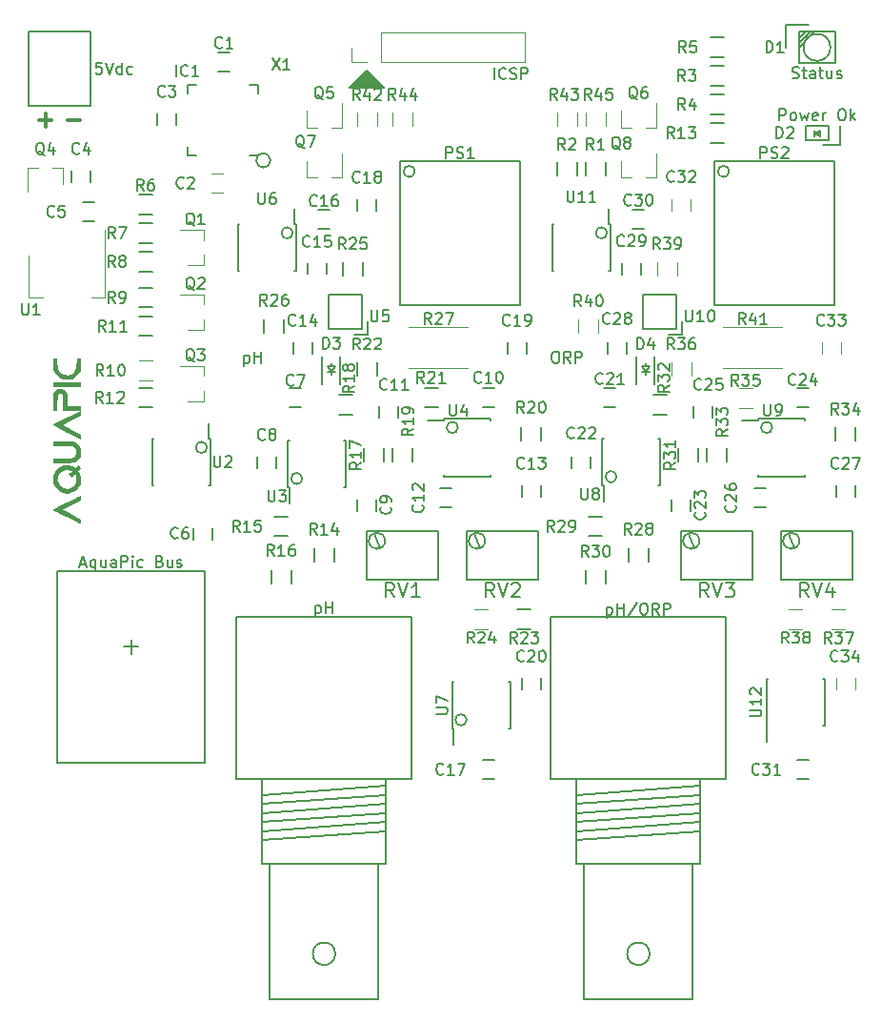
<source format=gto>
G04 #@! TF.FileFunction,Legend,Top*
%FSLAX46Y46*%
G04 Gerber Fmt 4.6, Leading zero omitted, Abs format (unit mm)*
G04 Created by KiCad (PCBNEW 4.0.7) date Sun Nov 26 02:27:56 2017*
%MOMM*%
%LPD*%
G01*
G04 APERTURE LIST*
%ADD10C,0.127000*%
%ADD11C,0.200000*%
%ADD12C,0.300000*%
%ADD13C,0.152400*%
%ADD14C,0.120000*%
%ADD15C,0.150000*%
%ADD16C,0.010000*%
%ADD17C,0.203200*%
G04 APERTURE END LIST*
D10*
D11*
X25082500Y57277000D02*
G75*
G03X25082500Y57277000I-635000J0D01*
G01*
D12*
X7048572Y60852857D02*
X8191429Y60852857D01*
X4508572Y60852857D02*
X5651429Y60852857D01*
X5080000Y60281429D02*
X5080000Y61424286D01*
D13*
X71458668Y64612762D02*
X71603811Y64564381D01*
X71845715Y64564381D01*
X71942477Y64612762D01*
X71990858Y64661143D01*
X72039239Y64757905D01*
X72039239Y64854667D01*
X71990858Y64951429D01*
X71942477Y64999810D01*
X71845715Y65048190D01*
X71652192Y65096571D01*
X71555430Y65144952D01*
X71507049Y65193333D01*
X71458668Y65290095D01*
X71458668Y65386857D01*
X71507049Y65483619D01*
X71555430Y65532000D01*
X71652192Y65580381D01*
X71894096Y65580381D01*
X72039239Y65532000D01*
X72329525Y65241714D02*
X72716573Y65241714D01*
X72474668Y65580381D02*
X72474668Y64709524D01*
X72523049Y64612762D01*
X72619811Y64564381D01*
X72716573Y64564381D01*
X73490667Y64564381D02*
X73490667Y65096571D01*
X73442286Y65193333D01*
X73345524Y65241714D01*
X73152001Y65241714D01*
X73055239Y65193333D01*
X73490667Y64612762D02*
X73393905Y64564381D01*
X73152001Y64564381D01*
X73055239Y64612762D01*
X73006858Y64709524D01*
X73006858Y64806286D01*
X73055239Y64903048D01*
X73152001Y64951429D01*
X73393905Y64951429D01*
X73490667Y64999810D01*
X73829334Y65241714D02*
X74216382Y65241714D01*
X73974477Y65580381D02*
X73974477Y64709524D01*
X74022858Y64612762D01*
X74119620Y64564381D01*
X74216382Y64564381D01*
X74990476Y65241714D02*
X74990476Y64564381D01*
X74555048Y65241714D02*
X74555048Y64709524D01*
X74603429Y64612762D01*
X74700191Y64564381D01*
X74845333Y64564381D01*
X74942095Y64612762D01*
X74990476Y64661143D01*
X75425905Y64612762D02*
X75522667Y64564381D01*
X75716191Y64564381D01*
X75812952Y64612762D01*
X75861333Y64709524D01*
X75861333Y64757905D01*
X75812952Y64854667D01*
X75716191Y64903048D01*
X75571048Y64903048D01*
X75474286Y64951429D01*
X75425905Y65048190D01*
X75425905Y65096571D01*
X75474286Y65193333D01*
X75571048Y65241714D01*
X75716191Y65241714D01*
X75812952Y65193333D01*
X70321715Y60817881D02*
X70321715Y61833881D01*
X70708762Y61833881D01*
X70805524Y61785500D01*
X70853905Y61737119D01*
X70902286Y61640357D01*
X70902286Y61495214D01*
X70853905Y61398452D01*
X70805524Y61350071D01*
X70708762Y61301690D01*
X70321715Y61301690D01*
X71482858Y60817881D02*
X71386096Y60866262D01*
X71337715Y60914643D01*
X71289334Y61011405D01*
X71289334Y61301690D01*
X71337715Y61398452D01*
X71386096Y61446833D01*
X71482858Y61495214D01*
X71628000Y61495214D01*
X71724762Y61446833D01*
X71773143Y61398452D01*
X71821524Y61301690D01*
X71821524Y61011405D01*
X71773143Y60914643D01*
X71724762Y60866262D01*
X71628000Y60817881D01*
X71482858Y60817881D01*
X72160191Y61495214D02*
X72353715Y60817881D01*
X72547238Y61301690D01*
X72740762Y60817881D01*
X72934286Y61495214D01*
X73708381Y60866262D02*
X73611619Y60817881D01*
X73418096Y60817881D01*
X73321334Y60866262D01*
X73272953Y60963024D01*
X73272953Y61350071D01*
X73321334Y61446833D01*
X73418096Y61495214D01*
X73611619Y61495214D01*
X73708381Y61446833D01*
X73756762Y61350071D01*
X73756762Y61253310D01*
X73272953Y61156548D01*
X74192191Y60817881D02*
X74192191Y61495214D01*
X74192191Y61301690D02*
X74240572Y61398452D01*
X74288953Y61446833D01*
X74385715Y61495214D01*
X74482476Y61495214D01*
X75788762Y61833881D02*
X75982285Y61833881D01*
X76079047Y61785500D01*
X76175809Y61688738D01*
X76224190Y61495214D01*
X76224190Y61156548D01*
X76175809Y60963024D01*
X76079047Y60866262D01*
X75982285Y60817881D01*
X75788762Y60817881D01*
X75692000Y60866262D01*
X75595238Y60963024D01*
X75546857Y61156548D01*
X75546857Y61495214D01*
X75595238Y61688738D01*
X75692000Y61785500D01*
X75788762Y61833881D01*
X76659619Y60817881D02*
X76659619Y61833881D01*
X76756381Y61204929D02*
X77046666Y60817881D01*
X77046666Y61495214D02*
X76659619Y61108167D01*
D11*
X34798000Y63881000D02*
X32385000Y63881000D01*
X33655000Y65024000D02*
X33655000Y65151000D01*
X34798000Y63881000D02*
X33655000Y65024000D01*
X34544000Y63881000D02*
X34671000Y64008000D01*
X34290000Y63881000D02*
X34544000Y64135000D01*
X34036000Y63881000D02*
X34417000Y64262000D01*
X33782000Y63881000D02*
X34290000Y64389000D01*
X33528000Y63881000D02*
X34163000Y64516000D01*
X33274000Y63881000D02*
X34036000Y64643000D01*
X33020000Y63881000D02*
X33909000Y64770000D01*
X32766000Y63881000D02*
X33782000Y64897000D01*
X32512000Y63881000D02*
X33655000Y65024000D01*
X35179000Y63754000D02*
X32131000Y63754000D01*
X33655000Y65278000D02*
X35179000Y63754000D01*
X33655000Y65278000D02*
X32131000Y63754000D01*
D14*
X28265000Y60200000D02*
X29195000Y60200000D01*
X31425000Y60200000D02*
X30495000Y60200000D01*
X31425000Y60200000D02*
X31425000Y62360000D01*
X28265000Y60200000D02*
X28265000Y61660000D01*
D15*
X7405000Y56380000D02*
X7405000Y55380000D01*
X9105000Y55380000D02*
X9105000Y56380000D01*
X30480000Y38985000D02*
X30480000Y39235000D01*
X30480000Y38485000D02*
X30480000Y38235000D01*
X30480000Y38485000D02*
X30130000Y38985000D01*
X30130000Y38985000D02*
X30830000Y38985000D01*
X30830000Y38985000D02*
X30480000Y38485000D01*
X30130000Y38485000D02*
X30830000Y38485000D01*
X31280000Y37435000D02*
X31280000Y39835000D01*
X29680000Y37435000D02*
X29680000Y39835000D01*
X20455000Y65190000D02*
X21455000Y65190000D01*
X21455000Y66890000D02*
X20455000Y66890000D01*
X16725000Y60460000D02*
X16725000Y61460000D01*
X15025000Y61460000D02*
X15025000Y60460000D01*
X9390000Y53555000D02*
X8390000Y53555000D01*
X8390000Y51855000D02*
X9390000Y51855000D01*
X19900000Y23630000D02*
X19900000Y24630000D01*
X18200000Y24630000D02*
X18200000Y23630000D01*
X26805000Y35345000D02*
X27805000Y35345000D01*
X27805000Y37045000D02*
X26805000Y37045000D01*
X23915000Y30980000D02*
X23915000Y29980000D01*
X25615000Y29980000D02*
X25615000Y30980000D01*
X32805000Y27170000D02*
X32805000Y26170000D01*
X34505000Y26170000D02*
X34505000Y27170000D01*
X43950000Y35345000D02*
X44950000Y35345000D01*
X44950000Y37045000D02*
X43950000Y37045000D01*
X34710000Y35425000D02*
X34710000Y34425000D01*
X36410000Y34425000D02*
X36410000Y35425000D01*
X40140000Y26455000D02*
X41140000Y26455000D01*
X41140000Y28155000D02*
X40140000Y28155000D01*
X47410000Y28440000D02*
X47410000Y27440000D01*
X49110000Y27440000D02*
X49110000Y28440000D01*
X28790000Y40140000D02*
X28790000Y41140000D01*
X27090000Y41140000D02*
X27090000Y40140000D01*
X28360000Y48175000D02*
X28360000Y47175000D01*
X30060000Y47175000D02*
X30060000Y48175000D01*
X30345000Y52920000D02*
X29345000Y52920000D01*
X29345000Y51220000D02*
X30345000Y51220000D01*
X44950000Y4025000D02*
X43950000Y4025000D01*
X43950000Y2325000D02*
X44950000Y2325000D01*
X32805000Y53840000D02*
X32805000Y52840000D01*
X34505000Y52840000D02*
X34505000Y53840000D01*
X47840000Y40140000D02*
X47840000Y41140000D01*
X46140000Y41140000D02*
X46140000Y40140000D01*
X47410000Y11295000D02*
X47410000Y10295000D01*
X49110000Y10295000D02*
X49110000Y11295000D01*
X54745000Y35345000D02*
X55745000Y35345000D01*
X55745000Y37045000D02*
X54745000Y37045000D01*
X51855000Y30980000D02*
X51855000Y29980000D01*
X53555000Y29980000D02*
X53555000Y30980000D01*
X60745000Y27170000D02*
X60745000Y26170000D01*
X62445000Y26170000D02*
X62445000Y27170000D01*
X71890000Y35345000D02*
X72890000Y35345000D01*
X72890000Y37045000D02*
X71890000Y37045000D01*
X62650000Y35425000D02*
X62650000Y34425000D01*
X64350000Y34425000D02*
X64350000Y35425000D01*
X68080000Y26455000D02*
X69080000Y26455000D01*
X69080000Y28155000D02*
X68080000Y28155000D01*
X75350000Y28440000D02*
X75350000Y27440000D01*
X77050000Y27440000D02*
X77050000Y28440000D01*
X56730000Y40140000D02*
X56730000Y41140000D01*
X55030000Y41140000D02*
X55030000Y40140000D01*
X56300000Y48125000D02*
X56300000Y47125000D01*
X58000000Y47125000D02*
X58000000Y48125000D01*
X58285000Y52920000D02*
X57285000Y52920000D01*
X57285000Y51220000D02*
X58285000Y51220000D01*
X72890000Y4025000D02*
X71890000Y4025000D01*
X71890000Y2325000D02*
X72890000Y2325000D01*
X75692000Y58674000D02*
X75692000Y60325000D01*
X75057000Y58674000D02*
X74168000Y58674000D01*
X75057000Y58674000D02*
X75692000Y58674000D01*
X73406000Y59944000D02*
X73406000Y59436000D01*
X72644000Y59055000D02*
X74676000Y59055000D01*
X74676000Y60325000D02*
X72644000Y60325000D01*
X72644000Y59055000D02*
X72644000Y60325000D01*
X74676000Y60325000D02*
X74676000Y59055000D01*
X73406000Y59690000D02*
X73660000Y59690000D01*
X73660000Y59690000D02*
X73914000Y59944000D01*
X73914000Y59690000D02*
X73660000Y59690000D01*
X73660000Y59690000D02*
X73914000Y59436000D01*
X73914000Y59436000D02*
X73660000Y59690000D01*
X73914000Y59944000D02*
X73914000Y59436000D01*
X73914000Y59436000D02*
X73406000Y59690000D01*
X73406000Y59690000D02*
X73914000Y59944000D01*
X53100000Y55915000D02*
X53100000Y57115000D01*
X54850000Y57115000D02*
X54850000Y55915000D01*
X50560000Y55915000D02*
X50560000Y57115000D01*
X52310000Y57115000D02*
X52310000Y55915000D01*
X64170000Y65645000D02*
X65370000Y65645000D01*
X65370000Y63895000D02*
X64170000Y63895000D01*
X64170000Y63105000D02*
X65370000Y63105000D01*
X65370000Y61355000D02*
X64170000Y61355000D01*
X64170000Y68185000D02*
X65370000Y68185000D01*
X65370000Y66435000D02*
X64170000Y66435000D01*
X13370000Y54215000D02*
X14570000Y54215000D01*
X14570000Y52465000D02*
X13370000Y52465000D01*
X13370000Y51675000D02*
X14570000Y51675000D01*
X14570000Y49925000D02*
X13370000Y49925000D01*
X14570000Y47385000D02*
X13370000Y47385000D01*
X13370000Y49135000D02*
X14570000Y49135000D01*
X14570000Y44210000D02*
X13370000Y44210000D01*
X13370000Y45960000D02*
X14570000Y45960000D01*
X14570000Y41670000D02*
X13370000Y41670000D01*
X13370000Y43420000D02*
X14570000Y43420000D01*
X14570000Y35320000D02*
X13370000Y35320000D01*
X13370000Y37070000D02*
X14570000Y37070000D01*
X65370000Y58815000D02*
X64170000Y58815000D01*
X64170000Y60565000D02*
X65370000Y60565000D01*
X30720000Y22825000D02*
X30720000Y21625000D01*
X28970000Y21625000D02*
X28970000Y22825000D01*
X25435000Y25640000D02*
X26635000Y25640000D01*
X26635000Y23890000D02*
X25435000Y23890000D01*
X25160000Y19720000D02*
X25160000Y20920000D01*
X26910000Y20920000D02*
X26910000Y19720000D01*
X33415000Y30515000D02*
X33415000Y31715000D01*
X35165000Y31715000D02*
X35165000Y30515000D01*
X32350000Y34685000D02*
X31150000Y34685000D01*
X31150000Y36435000D02*
X32350000Y36435000D01*
X35955000Y30515000D02*
X35955000Y31715000D01*
X37705000Y31715000D02*
X37705000Y30515000D01*
X47385000Y32420000D02*
X47385000Y33620000D01*
X49135000Y33620000D02*
X49135000Y32420000D01*
X39970000Y35320000D02*
X38770000Y35320000D01*
X38770000Y37070000D02*
X39970000Y37070000D01*
X34530000Y39335000D02*
X34530000Y38135000D01*
X32780000Y38135000D02*
X32780000Y39335000D01*
X48225000Y15635000D02*
X47025000Y15635000D01*
X47025000Y17385000D02*
X48225000Y17385000D01*
X31510000Y47025000D02*
X31510000Y48225000D01*
X33260000Y48225000D02*
X33260000Y47025000D01*
X26275000Y43145000D02*
X26275000Y41945000D01*
X24525000Y41945000D02*
X24525000Y43145000D01*
X58660000Y22825000D02*
X58660000Y21625000D01*
X56910000Y21625000D02*
X56910000Y22825000D01*
X53375000Y25640000D02*
X54575000Y25640000D01*
X54575000Y23890000D02*
X53375000Y23890000D01*
X53100000Y19720000D02*
X53100000Y20920000D01*
X54850000Y20920000D02*
X54850000Y19720000D01*
X61355000Y30515000D02*
X61355000Y31715000D01*
X63105000Y31715000D02*
X63105000Y30515000D01*
X60290000Y34685000D02*
X59090000Y34685000D01*
X59090000Y36435000D02*
X60290000Y36435000D01*
X63895000Y30515000D02*
X63895000Y31715000D01*
X65645000Y31715000D02*
X65645000Y30515000D01*
X75325000Y32420000D02*
X75325000Y33620000D01*
X77075000Y33620000D02*
X77075000Y32420000D01*
X19445000Y31780000D02*
G75*
G03X19445000Y31780000I-500000J0D01*
G01*
X19720000Y32555000D02*
X19575000Y32555000D01*
X19720000Y28405000D02*
X19575000Y28405000D01*
X14570000Y28405000D02*
X14715000Y28405000D01*
X14570000Y32555000D02*
X14715000Y32555000D01*
X19720000Y32555000D02*
X19720000Y28405000D01*
X14570000Y32555000D02*
X14570000Y28405000D01*
X19575000Y32555000D02*
X19575000Y33955000D01*
X27910000Y29020000D02*
G75*
G03X27910000Y29020000I-500000J0D01*
G01*
X26635000Y28245000D02*
X26780000Y28245000D01*
X26635000Y32395000D02*
X26780000Y32395000D01*
X31785000Y32395000D02*
X31640000Y32395000D01*
X31785000Y28245000D02*
X31640000Y28245000D01*
X26635000Y28245000D02*
X26635000Y32395000D01*
X31785000Y28245000D02*
X31785000Y32395000D01*
X26780000Y28245000D02*
X26780000Y26845000D01*
X41745000Y33550000D02*
G75*
G03X41745000Y33550000I-500000J0D01*
G01*
X40470000Y34325000D02*
X40470000Y34180000D01*
X44620000Y34325000D02*
X44620000Y34180000D01*
X44620000Y29175000D02*
X44620000Y29320000D01*
X40470000Y29175000D02*
X40470000Y29320000D01*
X40470000Y34325000D02*
X44620000Y34325000D01*
X40470000Y29175000D02*
X44620000Y29175000D01*
X40470000Y34180000D02*
X39070000Y34180000D01*
X27065000Y50830000D02*
G75*
G03X27065000Y50830000I-500000J0D01*
G01*
X27340000Y51605000D02*
X27195000Y51605000D01*
X27340000Y47455000D02*
X27195000Y47455000D01*
X22190000Y47455000D02*
X22335000Y47455000D01*
X22190000Y51605000D02*
X22335000Y51605000D01*
X27340000Y51605000D02*
X27340000Y47455000D01*
X22190000Y51605000D02*
X22190000Y47455000D01*
X27195000Y51605000D02*
X27195000Y53005000D01*
X42515000Y7590000D02*
G75*
G03X42515000Y7590000I-500000J0D01*
G01*
X41240000Y6815000D02*
X41385000Y6815000D01*
X41240000Y10965000D02*
X41385000Y10965000D01*
X46390000Y10965000D02*
X46245000Y10965000D01*
X46390000Y6815000D02*
X46245000Y6815000D01*
X41240000Y6815000D02*
X41240000Y10965000D01*
X46390000Y6815000D02*
X46390000Y10965000D01*
X41385000Y6815000D02*
X41385000Y5415000D01*
X55850000Y29180000D02*
G75*
G03X55850000Y29180000I-500000J0D01*
G01*
X54575000Y28405000D02*
X54720000Y28405000D01*
X54575000Y32555000D02*
X54720000Y32555000D01*
X59725000Y32555000D02*
X59580000Y32555000D01*
X59725000Y28405000D02*
X59580000Y28405000D01*
X54575000Y28405000D02*
X54575000Y32555000D01*
X59725000Y28405000D02*
X59725000Y32555000D01*
X54720000Y28405000D02*
X54720000Y27005000D01*
X69685000Y33550000D02*
G75*
G03X69685000Y33550000I-500000J0D01*
G01*
X68410000Y34325000D02*
X68410000Y34180000D01*
X72560000Y34325000D02*
X72560000Y34180000D01*
X72560000Y29175000D02*
X72560000Y29320000D01*
X68410000Y29175000D02*
X68410000Y29320000D01*
X68410000Y34325000D02*
X72560000Y34325000D01*
X68410000Y29175000D02*
X72560000Y29175000D01*
X68410000Y34180000D02*
X67010000Y34180000D01*
X55005000Y50830000D02*
G75*
G03X55005000Y50830000I-500000J0D01*
G01*
X55280000Y51605000D02*
X55135000Y51605000D01*
X55280000Y47455000D02*
X55135000Y47455000D01*
X50130000Y47455000D02*
X50275000Y47455000D01*
X50130000Y51605000D02*
X50275000Y51605000D01*
X55280000Y51605000D02*
X55280000Y47455000D01*
X50130000Y51605000D02*
X50130000Y47455000D01*
X55135000Y51605000D02*
X55135000Y53005000D01*
X58420000Y38985000D02*
X58420000Y39235000D01*
X58420000Y38485000D02*
X58420000Y38235000D01*
X58420000Y38485000D02*
X58070000Y38985000D01*
X58070000Y38985000D02*
X58770000Y38985000D01*
X58770000Y38985000D02*
X58420000Y38485000D01*
X58070000Y38485000D02*
X58770000Y38485000D01*
X59220000Y37435000D02*
X59220000Y39835000D01*
X57620000Y37435000D02*
X57620000Y39835000D01*
D14*
X19820000Y54395000D02*
X20820000Y54395000D01*
X20820000Y56095000D02*
X19820000Y56095000D01*
X60745000Y53840000D02*
X60745000Y52840000D01*
X62445000Y52840000D02*
X62445000Y53840000D01*
X75780000Y40140000D02*
X75780000Y41140000D01*
X74080000Y41140000D02*
X74080000Y40140000D01*
X75350000Y11295000D02*
X75350000Y10295000D01*
X77050000Y10295000D02*
X77050000Y11295000D01*
D15*
X70910000Y67310000D02*
X70910000Y69310000D01*
X70910000Y69310000D02*
X72910000Y69310000D01*
X72060000Y68110000D02*
X72660000Y68710000D01*
X72060000Y67710000D02*
X73060000Y68710000D01*
X72060000Y67310000D02*
X73460000Y68710000D01*
X74860000Y67310000D02*
G75*
G03X74860000Y67310000I-1200000J0D01*
G01*
X75260000Y65910000D02*
X75260000Y68710000D01*
X75260000Y68710000D02*
X72060000Y68710000D01*
X72060000Y68710000D02*
X72060000Y65910000D01*
X72060000Y65910000D02*
X75260000Y65910000D01*
X17701250Y57706250D02*
X17701250Y58496250D01*
X24001250Y64006250D02*
X24001250Y63216250D01*
X17701250Y64006250D02*
X17701250Y63216250D01*
X24001250Y57706250D02*
X23211250Y57706250D01*
X24001250Y64006250D02*
X23211250Y64006250D01*
X17701250Y64006250D02*
X18491250Y64006250D01*
X17701250Y57706250D02*
X18491250Y57706250D01*
D14*
X47685000Y65980000D02*
X47685000Y68640000D01*
X34925000Y65980000D02*
X47685000Y65980000D01*
X34925000Y68640000D02*
X47685000Y68640000D01*
X34925000Y65980000D02*
X34925000Y68640000D01*
X33655000Y65980000D02*
X32325000Y65980000D01*
X32325000Y65980000D02*
X32325000Y67310000D01*
D15*
X12700000Y14745005D02*
X12700000Y13475005D01*
X12065000Y14110005D02*
X13335000Y14110005D01*
X6150000Y14110005D02*
X6150000Y3810005D01*
X6150000Y3810005D02*
X19250000Y3810005D01*
X19250000Y3810005D02*
X19250000Y14110005D01*
X6150000Y14110005D02*
X6150000Y20810005D01*
X6150000Y20810005D02*
X19250000Y20810005D01*
X19250000Y20810005D02*
X19250000Y14110005D01*
X9090000Y62105000D02*
X3610000Y62105000D01*
X3610000Y62105000D02*
X3610000Y68705000D01*
X3610000Y68705000D02*
X9090000Y68705000D01*
X9090000Y68705000D02*
X9090000Y62105000D01*
X35344100Y-2275840D02*
X24345900Y-3075940D01*
X35344100Y-1475740D02*
X24345900Y-2275840D01*
X35344100Y-675640D02*
X24345900Y-1475740D01*
X35344100Y124460D02*
X24345900Y-675640D01*
X35344100Y924560D02*
X24345900Y124460D01*
X35344100Y1724660D02*
X24345900Y924560D01*
X30845760Y-13174980D02*
G75*
G03X30845760Y-13174980I-1000760J0D01*
G01*
X25044400Y-5173980D02*
X25044400Y-17175480D01*
X25044400Y-17175480D02*
X34645600Y-17175480D01*
X34645600Y-17175480D02*
X34645600Y-5173980D01*
X24345900Y2324100D02*
X24345900Y-5173980D01*
X24345900Y-5173980D02*
X35344100Y-5173980D01*
X35344100Y-5173980D02*
X35344100Y2324100D01*
X37645340Y16725900D02*
X22044660Y16725900D01*
X22044660Y16725900D02*
X22044660Y2324100D01*
X22044660Y2324100D02*
X37645340Y2324100D01*
X37645340Y2324100D02*
X37645340Y16725900D01*
X63284100Y-2275840D02*
X52285900Y-3075940D01*
X63284100Y-1475740D02*
X52285900Y-2275840D01*
X63284100Y-675640D02*
X52285900Y-1475740D01*
X63284100Y124460D02*
X52285900Y-675640D01*
X63284100Y924560D02*
X52285900Y124460D01*
X63284100Y1724660D02*
X52285900Y924560D01*
X58785760Y-13174980D02*
G75*
G03X58785760Y-13174980I-1000760J0D01*
G01*
X52984400Y-5173980D02*
X52984400Y-17175480D01*
X52984400Y-17175480D02*
X62585600Y-17175480D01*
X62585600Y-17175480D02*
X62585600Y-5173980D01*
X52285900Y2324100D02*
X52285900Y-5173980D01*
X52285900Y-5173980D02*
X63284100Y-5173980D01*
X63284100Y-5173980D02*
X63284100Y2324100D01*
X65585340Y16725900D02*
X49984660Y16725900D01*
X49984660Y16725900D02*
X49984660Y2324100D01*
X49984660Y2324100D02*
X65585340Y2324100D01*
X65585340Y2324100D02*
X65585340Y16725900D01*
X37910000Y56300000D02*
G75*
G03X37910000Y56300000I-500000J0D01*
G01*
X36560000Y57175000D02*
X47260000Y57175000D01*
X47260000Y57175000D02*
X47260000Y44425000D01*
X47260000Y44425000D02*
X36560000Y44425000D01*
X36560000Y44425000D02*
X36560000Y57175000D01*
X65850000Y56300000D02*
G75*
G03X65850000Y56300000I-500000J0D01*
G01*
X64500000Y57175000D02*
X75200000Y57175000D01*
X75200000Y57175000D02*
X75200000Y44425000D01*
X75200000Y44425000D02*
X64500000Y44425000D01*
X64500000Y44425000D02*
X64500000Y57175000D01*
D14*
X19175000Y47950000D02*
X19175000Y48880000D01*
X19175000Y51110000D02*
X19175000Y50180000D01*
X19175000Y51110000D02*
X17015000Y51110000D01*
X19175000Y47950000D02*
X17715000Y47950000D01*
X19175000Y42235000D02*
X19175000Y43165000D01*
X19175000Y45395000D02*
X19175000Y44465000D01*
X19175000Y45395000D02*
X17015000Y45395000D01*
X19175000Y42235000D02*
X17715000Y42235000D01*
X19175000Y35885000D02*
X19175000Y36815000D01*
X19175000Y39045000D02*
X19175000Y38115000D01*
X19175000Y39045000D02*
X17015000Y39045000D01*
X19175000Y35885000D02*
X17715000Y35885000D01*
X6660000Y56640000D02*
X5730000Y56640000D01*
X3500000Y56640000D02*
X4430000Y56640000D01*
X3500000Y56640000D02*
X3500000Y54480000D01*
X6660000Y56640000D02*
X6660000Y55180000D01*
X14570000Y37728000D02*
X13370000Y37728000D01*
X13370000Y39488000D02*
X14570000Y39488000D01*
X43215000Y17390000D02*
X44415000Y17390000D01*
X44415000Y15630000D02*
X43215000Y15630000D01*
X37405000Y42460000D02*
X42605000Y42460000D01*
X42605000Y38820000D02*
X37405000Y38820000D01*
X67910000Y35315000D02*
X66710000Y35315000D01*
X66710000Y37075000D02*
X67910000Y37075000D01*
X62475000Y39335000D02*
X62475000Y38135000D01*
X60715000Y38135000D02*
X60715000Y39335000D01*
X76165000Y15630000D02*
X74965000Y15630000D01*
X74965000Y17390000D02*
X76165000Y17390000D01*
X71155000Y17390000D02*
X72355000Y17390000D01*
X72355000Y15630000D02*
X71155000Y15630000D01*
X59445000Y47025000D02*
X59445000Y48225000D01*
X61205000Y48225000D02*
X61205000Y47025000D01*
X54220000Y43145000D02*
X54220000Y41945000D01*
X52460000Y41945000D02*
X52460000Y43145000D01*
X65345000Y42460000D02*
X70545000Y42460000D01*
X70545000Y38820000D02*
X65345000Y38820000D01*
D15*
X34290000Y24130000D02*
X34798000Y22860000D01*
X35262420Y23495000D02*
G75*
G03X35262420Y23495000I-718420J0D01*
G01*
X33655000Y24384000D02*
X40005000Y24384000D01*
X40005000Y24384000D02*
X40005000Y20066000D01*
X40005000Y20066000D02*
X33655000Y20066000D01*
X33655000Y20066000D02*
X33655000Y24384000D01*
X43180000Y24130000D02*
X43688000Y22860000D01*
X44152420Y23495000D02*
G75*
G03X44152420Y23495000I-718420J0D01*
G01*
X42545000Y24384000D02*
X48895000Y24384000D01*
X48895000Y24384000D02*
X48895000Y20066000D01*
X48895000Y20066000D02*
X42545000Y20066000D01*
X42545000Y20066000D02*
X42545000Y24384000D01*
X62230000Y24130000D02*
X62738000Y22860000D01*
X63202420Y23495000D02*
G75*
G03X63202420Y23495000I-718420J0D01*
G01*
X61595000Y24384000D02*
X67945000Y24384000D01*
X67945000Y24384000D02*
X67945000Y20066000D01*
X67945000Y20066000D02*
X61595000Y20066000D01*
X61595000Y20066000D02*
X61595000Y24384000D01*
X71120000Y24130000D02*
X71628000Y22860000D01*
X72092420Y23495000D02*
G75*
G03X72092420Y23495000I-718420J0D01*
G01*
X70485000Y24384000D02*
X76835000Y24384000D01*
X76835000Y24384000D02*
X76835000Y20066000D01*
X76835000Y20066000D02*
X70485000Y20066000D01*
X70485000Y20066000D02*
X70485000Y24384000D01*
D14*
X3575000Y45080000D02*
X4835000Y45080000D01*
X10395000Y45080000D02*
X9135000Y45080000D01*
X3575000Y48840000D02*
X3575000Y45080000D01*
X10395000Y51090000D02*
X10395000Y45080000D01*
D15*
X33750000Y43015000D02*
X33750000Y41815000D01*
X33750000Y41815000D02*
X32550000Y41815000D01*
X33250000Y42315000D02*
X30250000Y42315000D01*
X30250000Y42315000D02*
X30250000Y45315000D01*
X30250000Y45315000D02*
X33250000Y45315000D01*
X33250000Y45315000D02*
X33250000Y42315000D01*
X61690000Y43015000D02*
X61690000Y41815000D01*
X61690000Y41815000D02*
X60490000Y41815000D01*
X61190000Y42315000D02*
X58190000Y42315000D01*
X58190000Y42315000D02*
X58190000Y45315000D01*
X58190000Y45315000D02*
X61190000Y45315000D01*
X61190000Y45315000D02*
X61190000Y42315000D01*
X69180000Y7069000D02*
X69230000Y7069000D01*
X69180000Y11219000D02*
X69325000Y11219000D01*
X74330000Y11219000D02*
X74185000Y11219000D01*
X74330000Y7069000D02*
X74185000Y7069000D01*
X69180000Y7069000D02*
X69180000Y11219000D01*
X74330000Y7069000D02*
X74330000Y11219000D01*
X69230000Y7069000D02*
X69230000Y5669000D01*
D16*
G36*
X5775686Y26290380D02*
X5828153Y26318969D01*
X5910847Y26362253D01*
X6019881Y26418302D01*
X6151368Y26485188D01*
X6301421Y26560981D01*
X6466152Y26643752D01*
X6641674Y26731570D01*
X6824100Y26822507D01*
X7009543Y26914633D01*
X7194116Y27006019D01*
X7373931Y27094734D01*
X7545102Y27178850D01*
X7703741Y27256437D01*
X7845961Y27325565D01*
X7967875Y27384306D01*
X8065596Y27430729D01*
X8135236Y27462905D01*
X8172908Y27478905D01*
X8178540Y27480237D01*
X8184751Y27454238D01*
X8189337Y27397328D01*
X8191448Y27320924D01*
X8191500Y27306557D01*
X8191500Y27145837D01*
X7323673Y26712336D01*
X6455846Y26278836D01*
X7318381Y25844710D01*
X8180916Y25410583D01*
X8187020Y25250882D01*
X8188248Y25172432D01*
X8185903Y25111349D01*
X8180493Y25079139D01*
X8179352Y25077408D01*
X8159009Y25084526D01*
X8104756Y25108780D01*
X8020482Y25148242D01*
X7910074Y25200984D01*
X7777421Y25265077D01*
X7626412Y25338594D01*
X7460934Y25419607D01*
X7284876Y25506187D01*
X7102125Y25596407D01*
X6916570Y25688338D01*
X6732100Y25780053D01*
X6552602Y25869623D01*
X6381965Y25955120D01*
X6224077Y26034616D01*
X6082826Y26106184D01*
X5962100Y26167895D01*
X5865788Y26217821D01*
X5797777Y26254034D01*
X5761957Y26274606D01*
X5757333Y26278416D01*
X5775686Y26290380D01*
X5775686Y26290380D01*
G37*
X5775686Y26290380D02*
X5828153Y26318969D01*
X5910847Y26362253D01*
X6019881Y26418302D01*
X6151368Y26485188D01*
X6301421Y26560981D01*
X6466152Y26643752D01*
X6641674Y26731570D01*
X6824100Y26822507D01*
X7009543Y26914633D01*
X7194116Y27006019D01*
X7373931Y27094734D01*
X7545102Y27178850D01*
X7703741Y27256437D01*
X7845961Y27325565D01*
X7967875Y27384306D01*
X8065596Y27430729D01*
X8135236Y27462905D01*
X8172908Y27478905D01*
X8178540Y27480237D01*
X8184751Y27454238D01*
X8189337Y27397328D01*
X8191448Y27320924D01*
X8191500Y27306557D01*
X8191500Y27145837D01*
X7323673Y26712336D01*
X6455846Y26278836D01*
X7318381Y25844710D01*
X8180916Y25410583D01*
X8187020Y25250882D01*
X8188248Y25172432D01*
X8185903Y25111349D01*
X8180493Y25079139D01*
X8179352Y25077408D01*
X8159009Y25084526D01*
X8104756Y25108780D01*
X8020482Y25148242D01*
X7910074Y25200984D01*
X7777421Y25265077D01*
X7626412Y25338594D01*
X7460934Y25419607D01*
X7284876Y25506187D01*
X7102125Y25596407D01*
X6916570Y25688338D01*
X6732100Y25780053D01*
X6552602Y25869623D01*
X6381965Y25955120D01*
X6224077Y26034616D01*
X6082826Y26106184D01*
X5962100Y26167895D01*
X5865788Y26217821D01*
X5797777Y26254034D01*
X5761957Y26274606D01*
X5757333Y26278416D01*
X5775686Y26290380D01*
G36*
X5775898Y29190783D02*
X5833263Y29397278D01*
X5926303Y29591833D01*
X6052830Y29769525D01*
X6210656Y29925432D01*
X6334551Y30016369D01*
X6521701Y30112841D01*
X6723748Y30172716D01*
X6934232Y30195949D01*
X7146697Y30182496D01*
X7354684Y30132313D01*
X7551733Y30045354D01*
X7586836Y30025013D01*
X7712423Y29949251D01*
X7959079Y30193333D01*
X8179999Y29972413D01*
X7935917Y29725757D01*
X8011679Y29600170D01*
X8104473Y29405844D01*
X8159889Y29194323D01*
X8177072Y28969825D01*
X8168489Y28829000D01*
X8125363Y28625903D01*
X8045517Y28435758D01*
X7933551Y28262312D01*
X7794067Y28109311D01*
X7631663Y27980501D01*
X7450940Y27879627D01*
X7256499Y27810438D01*
X7052939Y27776679D01*
X6938483Y27777825D01*
X6938483Y28099671D01*
X7118425Y28110642D01*
X7289947Y28157527D01*
X7448374Y28238310D01*
X7589036Y28350978D01*
X7707259Y28493513D01*
X7798369Y28663900D01*
X7824324Y28733750D01*
X7839567Y28810609D01*
X7846700Y28919703D01*
X7846216Y29019500D01*
X7840720Y29127185D01*
X7829828Y29208389D01*
X7810408Y29278902D01*
X7780072Y29352875D01*
X7748446Y29418887D01*
X7722531Y29466300D01*
X7707792Y29485147D01*
X7707565Y29485167D01*
X7688206Y29471180D01*
X7646102Y29433503D01*
X7588260Y29378559D01*
X7545802Y29336887D01*
X7396527Y29188607D01*
X7175597Y29412315D01*
X7323715Y29559298D01*
X7386591Y29622982D01*
X7436216Y29675699D01*
X7466086Y29710399D01*
X7471833Y29719833D01*
X7454048Y29734676D01*
X7407464Y29760456D01*
X7343464Y29790994D01*
X7159891Y29852109D01*
X6976649Y29873538D01*
X6798336Y29857712D01*
X6629549Y29807061D01*
X6474886Y29724017D01*
X6338945Y29611011D01*
X6226322Y29470474D01*
X6141616Y29304837D01*
X6091670Y29129048D01*
X6079697Y28953240D01*
X6106081Y28777939D01*
X6167320Y28609967D01*
X6259912Y28456146D01*
X6380353Y28323296D01*
X6525142Y28218239D01*
X6572025Y28193538D01*
X6754792Y28126631D01*
X6938483Y28099671D01*
X6938483Y27777825D01*
X6878426Y27778427D01*
X6659938Y27818806D01*
X6455556Y27895808D01*
X6269428Y28005731D01*
X6105701Y28144873D01*
X5968522Y28309532D01*
X5862038Y28496006D01*
X5790397Y28700594D01*
X5776944Y28761667D01*
X5756396Y28977272D01*
X5775898Y29190783D01*
X5775898Y29190783D01*
G37*
X5775898Y29190783D02*
X5833263Y29397278D01*
X5926303Y29591833D01*
X6052830Y29769525D01*
X6210656Y29925432D01*
X6334551Y30016369D01*
X6521701Y30112841D01*
X6723748Y30172716D01*
X6934232Y30195949D01*
X7146697Y30182496D01*
X7354684Y30132313D01*
X7551733Y30045354D01*
X7586836Y30025013D01*
X7712423Y29949251D01*
X7959079Y30193333D01*
X8179999Y29972413D01*
X7935917Y29725757D01*
X8011679Y29600170D01*
X8104473Y29405844D01*
X8159889Y29194323D01*
X8177072Y28969825D01*
X8168489Y28829000D01*
X8125363Y28625903D01*
X8045517Y28435758D01*
X7933551Y28262312D01*
X7794067Y28109311D01*
X7631663Y27980501D01*
X7450940Y27879627D01*
X7256499Y27810438D01*
X7052939Y27776679D01*
X6938483Y27777825D01*
X6938483Y28099671D01*
X7118425Y28110642D01*
X7289947Y28157527D01*
X7448374Y28238310D01*
X7589036Y28350978D01*
X7707259Y28493513D01*
X7798369Y28663900D01*
X7824324Y28733750D01*
X7839567Y28810609D01*
X7846700Y28919703D01*
X7846216Y29019500D01*
X7840720Y29127185D01*
X7829828Y29208389D01*
X7810408Y29278902D01*
X7780072Y29352875D01*
X7748446Y29418887D01*
X7722531Y29466300D01*
X7707792Y29485147D01*
X7707565Y29485167D01*
X7688206Y29471180D01*
X7646102Y29433503D01*
X7588260Y29378559D01*
X7545802Y29336887D01*
X7396527Y29188607D01*
X7175597Y29412315D01*
X7323715Y29559298D01*
X7386591Y29622982D01*
X7436216Y29675699D01*
X7466086Y29710399D01*
X7471833Y29719833D01*
X7454048Y29734676D01*
X7407464Y29760456D01*
X7343464Y29790994D01*
X7159891Y29852109D01*
X6976649Y29873538D01*
X6798336Y29857712D01*
X6629549Y29807061D01*
X6474886Y29724017D01*
X6338945Y29611011D01*
X6226322Y29470474D01*
X6141616Y29304837D01*
X6091670Y29129048D01*
X6079697Y28953240D01*
X6106081Y28777939D01*
X6167320Y28609967D01*
X6259912Y28456146D01*
X6380353Y28323296D01*
X6525142Y28218239D01*
X6572025Y28193538D01*
X6754792Y28126631D01*
X6938483Y28099671D01*
X6938483Y27777825D01*
X6878426Y27778427D01*
X6659938Y27818806D01*
X6455556Y27895808D01*
X6269428Y28005731D01*
X6105701Y28144873D01*
X5968522Y28309532D01*
X5862038Y28496006D01*
X5790397Y28700594D01*
X5776944Y28761667D01*
X5756396Y28977272D01*
X5775898Y29190783D01*
G36*
X6588125Y30801999D02*
X6807524Y30803822D01*
X6988993Y30805823D01*
X7136930Y30808654D01*
X7255735Y30812969D01*
X7349807Y30819421D01*
X7423548Y30828663D01*
X7481354Y30841348D01*
X7527628Y30858129D01*
X7566767Y30879660D01*
X7603172Y30906593D01*
X7641243Y30939582D01*
X7666126Y30962023D01*
X7765793Y31078463D01*
X7827494Y31213500D01*
X7850841Y31366232D01*
X7851016Y31390167D01*
X7846374Y31474399D01*
X7835784Y31551671D01*
X7824764Y31595146D01*
X7757122Y31722851D01*
X7658701Y31834345D01*
X7555215Y31908750D01*
X7440083Y31972250D01*
X6598708Y31978453D01*
X5757333Y31984657D01*
X5757333Y32302100D01*
X7503583Y32289750D01*
X7646962Y32221834D01*
X7812130Y32121438D01*
X7950286Y31992238D01*
X8058531Y31839690D01*
X8133964Y31669250D01*
X8173688Y31486375D01*
X8174802Y31296519D01*
X8167663Y31242000D01*
X8119005Y31069302D01*
X8034064Y30908586D01*
X7918437Y30765647D01*
X7777722Y30646283D01*
X7617514Y30556289D01*
X7454916Y30503818D01*
X7398306Y30496777D01*
X7301435Y30490893D01*
X7166360Y30486219D01*
X6995140Y30482809D01*
X6789831Y30480718D01*
X6552491Y30480000D01*
X5757333Y30480000D01*
X5757333Y30795238D01*
X6588125Y30801999D01*
X6588125Y30801999D01*
G37*
X6588125Y30801999D02*
X6807524Y30803822D01*
X6988993Y30805823D01*
X7136930Y30808654D01*
X7255735Y30812969D01*
X7349807Y30819421D01*
X7423548Y30828663D01*
X7481354Y30841348D01*
X7527628Y30858129D01*
X7566767Y30879660D01*
X7603172Y30906593D01*
X7641243Y30939582D01*
X7666126Y30962023D01*
X7765793Y31078463D01*
X7827494Y31213500D01*
X7850841Y31366232D01*
X7851016Y31390167D01*
X7846374Y31474399D01*
X7835784Y31551671D01*
X7824764Y31595146D01*
X7757122Y31722851D01*
X7658701Y31834345D01*
X7555215Y31908750D01*
X7440083Y31972250D01*
X6598708Y31978453D01*
X5757333Y31984657D01*
X5757333Y32302100D01*
X7503583Y32289750D01*
X7646962Y32221834D01*
X7812130Y32121438D01*
X7950286Y31992238D01*
X8058531Y31839690D01*
X8133964Y31669250D01*
X8173688Y31486375D01*
X8174802Y31296519D01*
X8167663Y31242000D01*
X8119005Y31069302D01*
X8034064Y30908586D01*
X7918437Y30765647D01*
X7777722Y30646283D01*
X7617514Y30556289D01*
X7454916Y30503818D01*
X7398306Y30496777D01*
X7301435Y30490893D01*
X7166360Y30486219D01*
X6995140Y30482809D01*
X6789831Y30480718D01*
X6552491Y30480000D01*
X5757333Y30480000D01*
X5757333Y30795238D01*
X6588125Y30801999D01*
G36*
X6958542Y34403771D02*
X7169209Y34509036D01*
X7368578Y34608499D01*
X7553447Y34700572D01*
X7720611Y34783666D01*
X7866867Y34856195D01*
X7989012Y34916569D01*
X8083842Y34963201D01*
X8148153Y34994503D01*
X8178741Y35008886D01*
X8180843Y35009667D01*
X8185792Y34990171D01*
X8189518Y34938364D01*
X8191392Y34864260D01*
X8191500Y34840299D01*
X8191500Y34670931D01*
X7334250Y34242462D01*
X7158070Y34154173D01*
X6994088Y34071549D01*
X6846077Y33996525D01*
X6717810Y33931033D01*
X6613062Y33877008D01*
X6535606Y33836383D01*
X6489214Y33811093D01*
X6477000Y33803167D01*
X6495325Y33791782D01*
X6547787Y33763490D01*
X6630611Y33720223D01*
X6740024Y33663917D01*
X6872252Y33596504D01*
X7023523Y33519918D01*
X7190062Y33436093D01*
X7334250Y33363871D01*
X8191500Y32935402D01*
X8191500Y32766034D01*
X8189298Y32674304D01*
X8182205Y32620045D01*
X8169488Y32598597D01*
X8165041Y32597826D01*
X8141946Y32607284D01*
X8084318Y32634172D01*
X7995433Y32676877D01*
X7878568Y32733791D01*
X7737000Y32803303D01*
X7574007Y32883803D01*
X7392865Y32973681D01*
X7196852Y33071326D01*
X6989243Y33175129D01*
X6942740Y33198430D01*
X5746898Y33797875D01*
X6958542Y34403771D01*
X6958542Y34403771D01*
G37*
X6958542Y34403771D02*
X7169209Y34509036D01*
X7368578Y34608499D01*
X7553447Y34700572D01*
X7720611Y34783666D01*
X7866867Y34856195D01*
X7989012Y34916569D01*
X8083842Y34963201D01*
X8148153Y34994503D01*
X8178741Y35008886D01*
X8180843Y35009667D01*
X8185792Y34990171D01*
X8189518Y34938364D01*
X8191392Y34864260D01*
X8191500Y34840299D01*
X8191500Y34670931D01*
X7334250Y34242462D01*
X7158070Y34154173D01*
X6994088Y34071549D01*
X6846077Y33996525D01*
X6717810Y33931033D01*
X6613062Y33877008D01*
X6535606Y33836383D01*
X6489214Y33811093D01*
X6477000Y33803167D01*
X6495325Y33791782D01*
X6547787Y33763490D01*
X6630611Y33720223D01*
X6740024Y33663917D01*
X6872252Y33596504D01*
X7023523Y33519918D01*
X7190062Y33436093D01*
X7334250Y33363871D01*
X8191500Y32935402D01*
X8191500Y32766034D01*
X8189298Y32674304D01*
X8182205Y32620045D01*
X8169488Y32598597D01*
X8165041Y32597826D01*
X8141946Y32607284D01*
X8084318Y32634172D01*
X7995433Y32676877D01*
X7878568Y32733791D01*
X7737000Y32803303D01*
X7574007Y32883803D01*
X7392865Y32973681D01*
X7196852Y33071326D01*
X6989243Y33175129D01*
X6942740Y33198430D01*
X5746898Y33797875D01*
X6958542Y34403771D01*
G36*
X5757707Y35996474D02*
X5759405Y36166047D01*
X5763288Y36303099D01*
X5770220Y36412535D01*
X5781063Y36499259D01*
X5796679Y36568177D01*
X5817931Y36624193D01*
X5845683Y36672213D01*
X5880795Y36717141D01*
X5924131Y36763881D01*
X5929693Y36769608D01*
X6056660Y36872608D01*
X6195882Y36937326D01*
X6341732Y36963747D01*
X6488583Y36951854D01*
X6630808Y36901631D01*
X6762782Y36813062D01*
X6806387Y36772106D01*
X6853957Y36721174D01*
X6891453Y36672788D01*
X6920183Y36621062D01*
X6941454Y36560111D01*
X6956572Y36484052D01*
X6966847Y36386999D01*
X6973583Y36263067D01*
X6978090Y36106371D01*
X6980359Y35988951D01*
X6989333Y35475985D01*
X7585124Y35470367D01*
X8180916Y35464750D01*
X8187047Y35315658D01*
X8188106Y35239717D01*
X8185089Y35181159D01*
X8178647Y35152097D01*
X8178228Y35151617D01*
X8154297Y35148148D01*
X8092929Y35144963D01*
X7999019Y35142160D01*
X7877461Y35139833D01*
X7733151Y35138078D01*
X7570984Y35136993D01*
X7415388Y35136667D01*
X6667500Y35136667D01*
X6667500Y35717708D01*
X6666852Y35920262D01*
X6664521Y36085138D01*
X6659929Y36216975D01*
X6652494Y36320412D01*
X6641636Y36400091D01*
X6626776Y36460652D01*
X6607334Y36506733D01*
X6582729Y36542976D01*
X6561517Y36565559D01*
X6479746Y36616797D01*
X6381552Y36638106D01*
X6281885Y36627978D01*
X6217404Y36600249D01*
X6182391Y36577426D01*
X6154172Y36553672D01*
X6131926Y36524338D01*
X6114833Y36484775D01*
X6102070Y36430336D01*
X6092818Y36356370D01*
X6086256Y36258229D01*
X6081562Y36131265D01*
X6077916Y35970827D01*
X6074833Y35792833D01*
X6064250Y35147250D01*
X5910791Y35141031D01*
X5757333Y35134812D01*
X5757333Y35789475D01*
X5757707Y35996474D01*
X5757707Y35996474D01*
G37*
X5757707Y35996474D02*
X5759405Y36166047D01*
X5763288Y36303099D01*
X5770220Y36412535D01*
X5781063Y36499259D01*
X5796679Y36568177D01*
X5817931Y36624193D01*
X5845683Y36672213D01*
X5880795Y36717141D01*
X5924131Y36763881D01*
X5929693Y36769608D01*
X6056660Y36872608D01*
X6195882Y36937326D01*
X6341732Y36963747D01*
X6488583Y36951854D01*
X6630808Y36901631D01*
X6762782Y36813062D01*
X6806387Y36772106D01*
X6853957Y36721174D01*
X6891453Y36672788D01*
X6920183Y36621062D01*
X6941454Y36560111D01*
X6956572Y36484052D01*
X6966847Y36386999D01*
X6973583Y36263067D01*
X6978090Y36106371D01*
X6980359Y35988951D01*
X6989333Y35475985D01*
X7585124Y35470367D01*
X8180916Y35464750D01*
X8187047Y35315658D01*
X8188106Y35239717D01*
X8185089Y35181159D01*
X8178647Y35152097D01*
X8178228Y35151617D01*
X8154297Y35148148D01*
X8092929Y35144963D01*
X7999019Y35142160D01*
X7877461Y35139833D01*
X7733151Y35138078D01*
X7570984Y35136993D01*
X7415388Y35136667D01*
X6667500Y35136667D01*
X6667500Y35717708D01*
X6666852Y35920262D01*
X6664521Y36085138D01*
X6659929Y36216975D01*
X6652494Y36320412D01*
X6641636Y36400091D01*
X6626776Y36460652D01*
X6607334Y36506733D01*
X6582729Y36542976D01*
X6561517Y36565559D01*
X6479746Y36616797D01*
X6381552Y36638106D01*
X6281885Y36627978D01*
X6217404Y36600249D01*
X6182391Y36577426D01*
X6154172Y36553672D01*
X6131926Y36524338D01*
X6114833Y36484775D01*
X6102070Y36430336D01*
X6092818Y36356370D01*
X6086256Y36258229D01*
X6081562Y36131265D01*
X6077916Y35970827D01*
X6074833Y35792833D01*
X6064250Y35147250D01*
X5910791Y35141031D01*
X5757333Y35134812D01*
X5757333Y35789475D01*
X5757707Y35996474D01*
G36*
X8191500Y37570833D02*
X8191500Y37253333D01*
X5757333Y37253333D01*
X5757333Y37570833D01*
X8191500Y37570833D01*
X8191500Y37570833D01*
G37*
X8191500Y37570833D02*
X8191500Y37253333D01*
X5757333Y37253333D01*
X5757333Y37570833D01*
X8191500Y37570833D01*
G36*
X5921375Y39683135D02*
X6074833Y39689354D01*
X6074833Y39333041D01*
X6078386Y39134592D01*
X6090297Y38971109D01*
X6112443Y38835721D01*
X6146701Y38721560D01*
X6194947Y38621757D01*
X6259059Y38529441D01*
X6310790Y38469479D01*
X6451658Y38342325D01*
X6605754Y38253892D01*
X6776874Y38202662D01*
X6968814Y38187116D01*
X7013649Y38188309D01*
X7119896Y38195423D01*
X7201208Y38208422D01*
X7274934Y38231192D01*
X7349929Y38263618D01*
X7511619Y38362283D01*
X7648093Y38494027D01*
X7756438Y38655945D01*
X7769868Y38682219D01*
X7842250Y38829133D01*
X7863416Y39676917D01*
X8180916Y39676917D01*
X8183787Y39359417D01*
X8183659Y39235303D01*
X8181321Y39114705D01*
X8177148Y39009397D01*
X8171515Y38931153D01*
X8169623Y38914917D01*
X8119948Y38698671D01*
X8033058Y38497429D01*
X7912713Y38315551D01*
X7762673Y38157394D01*
X7586695Y38027319D01*
X7388540Y37929683D01*
X7291916Y37897137D01*
X7162222Y37871651D01*
X7011014Y37860875D01*
X6855936Y37864806D01*
X6714628Y37883438D01*
X6658023Y37897264D01*
X6445846Y37980587D01*
X6254306Y38097907D01*
X6087577Y38245297D01*
X5949834Y38418829D01*
X5845252Y38614575D01*
X5816900Y38688635D01*
X5799972Y38740885D01*
X5787449Y38790559D01*
X5778676Y38845229D01*
X5772998Y38912468D01*
X5769757Y38999847D01*
X5768300Y39114937D01*
X5767969Y39253583D01*
X5767916Y39676917D01*
X5921375Y39683135D01*
X5921375Y39683135D01*
G37*
X5921375Y39683135D02*
X6074833Y39689354D01*
X6074833Y39333041D01*
X6078386Y39134592D01*
X6090297Y38971109D01*
X6112443Y38835721D01*
X6146701Y38721560D01*
X6194947Y38621757D01*
X6259059Y38529441D01*
X6310790Y38469479D01*
X6451658Y38342325D01*
X6605754Y38253892D01*
X6776874Y38202662D01*
X6968814Y38187116D01*
X7013649Y38188309D01*
X7119896Y38195423D01*
X7201208Y38208422D01*
X7274934Y38231192D01*
X7349929Y38263618D01*
X7511619Y38362283D01*
X7648093Y38494027D01*
X7756438Y38655945D01*
X7769868Y38682219D01*
X7842250Y38829133D01*
X7863416Y39676917D01*
X8180916Y39676917D01*
X8183787Y39359417D01*
X8183659Y39235303D01*
X8181321Y39114705D01*
X8177148Y39009397D01*
X8171515Y38931153D01*
X8169623Y38914917D01*
X8119948Y38698671D01*
X8033058Y38497429D01*
X7912713Y38315551D01*
X7762673Y38157394D01*
X7586695Y38027319D01*
X7388540Y37929683D01*
X7291916Y37897137D01*
X7162222Y37871651D01*
X7011014Y37860875D01*
X6855936Y37864806D01*
X6714628Y37883438D01*
X6658023Y37897264D01*
X6445846Y37980587D01*
X6254306Y38097907D01*
X6087577Y38245297D01*
X5949834Y38418829D01*
X5845252Y38614575D01*
X5816900Y38688635D01*
X5799972Y38740885D01*
X5787449Y38790559D01*
X5778676Y38845229D01*
X5772998Y38912468D01*
X5769757Y38999847D01*
X5768300Y39114937D01*
X5767969Y39253583D01*
X5767916Y39676917D01*
X5921375Y39683135D01*
D14*
X56205000Y60200000D02*
X57135000Y60200000D01*
X59365000Y60200000D02*
X58435000Y60200000D01*
X59365000Y60200000D02*
X59365000Y62360000D01*
X56205000Y60200000D02*
X56205000Y61660000D01*
X28265000Y55755000D02*
X29195000Y55755000D01*
X31425000Y55755000D02*
X30495000Y55755000D01*
X31425000Y55755000D02*
X31425000Y57915000D01*
X28265000Y55755000D02*
X28265000Y57215000D01*
X56205000Y55755000D02*
X57135000Y55755000D01*
X59365000Y55755000D02*
X58435000Y55755000D01*
X59365000Y55755000D02*
X59365000Y57915000D01*
X56205000Y55755000D02*
X56205000Y57215000D01*
X34535000Y61560000D02*
X34535000Y60360000D01*
X32775000Y60360000D02*
X32775000Y61560000D01*
X52315000Y61560000D02*
X52315000Y60360000D01*
X50555000Y60360000D02*
X50555000Y61560000D01*
X37710000Y61560000D02*
X37710000Y60360000D01*
X35950000Y60360000D02*
X35950000Y61560000D01*
X54855000Y61560000D02*
X54855000Y60360000D01*
X53095000Y60360000D02*
X53095000Y61560000D01*
D15*
X29749762Y62698381D02*
X29654524Y62746000D01*
X29559286Y62841238D01*
X29416429Y62984095D01*
X29321190Y63031714D01*
X29225952Y63031714D01*
X29273571Y62793619D02*
X29178333Y62841238D01*
X29083095Y62936476D01*
X29035476Y63126952D01*
X29035476Y63460286D01*
X29083095Y63650762D01*
X29178333Y63746000D01*
X29273571Y63793619D01*
X29464048Y63793619D01*
X29559286Y63746000D01*
X29654524Y63650762D01*
X29702143Y63460286D01*
X29702143Y63126952D01*
X29654524Y62936476D01*
X29559286Y62841238D01*
X29464048Y62793619D01*
X29273571Y62793619D01*
X30606905Y63793619D02*
X30130714Y63793619D01*
X30083095Y63317429D01*
X30130714Y63365048D01*
X30225952Y63412667D01*
X30464048Y63412667D01*
X30559286Y63365048D01*
X30606905Y63317429D01*
X30654524Y63222190D01*
X30654524Y62984095D01*
X30606905Y62888857D01*
X30559286Y62841238D01*
X30464048Y62793619D01*
X30225952Y62793619D01*
X30130714Y62841238D01*
X30083095Y62888857D01*
X8088334Y57935857D02*
X8040715Y57888238D01*
X7897858Y57840619D01*
X7802620Y57840619D01*
X7659762Y57888238D01*
X7564524Y57983476D01*
X7516905Y58078714D01*
X7469286Y58269190D01*
X7469286Y58412048D01*
X7516905Y58602524D01*
X7564524Y58697762D01*
X7659762Y58793000D01*
X7802620Y58840619D01*
X7897858Y58840619D01*
X8040715Y58793000D01*
X8088334Y58745381D01*
X8945477Y58507286D02*
X8945477Y57840619D01*
X8707381Y58888238D02*
X8469286Y58173952D01*
X9088334Y58173952D01*
X29741905Y40568619D02*
X29741905Y41568619D01*
X29980000Y41568619D01*
X30122858Y41521000D01*
X30218096Y41425762D01*
X30265715Y41330524D01*
X30313334Y41140048D01*
X30313334Y40997190D01*
X30265715Y40806714D01*
X30218096Y40711476D01*
X30122858Y40616238D01*
X29980000Y40568619D01*
X29741905Y40568619D01*
X30646667Y41568619D02*
X31265715Y41568619D01*
X30932381Y41187667D01*
X31075239Y41187667D01*
X31170477Y41140048D01*
X31218096Y41092429D01*
X31265715Y40997190D01*
X31265715Y40759095D01*
X31218096Y40663857D01*
X31170477Y40616238D01*
X31075239Y40568619D01*
X30789524Y40568619D01*
X30694286Y40616238D01*
X30646667Y40663857D01*
X20788334Y67333857D02*
X20740715Y67286238D01*
X20597858Y67238619D01*
X20502620Y67238619D01*
X20359762Y67286238D01*
X20264524Y67381476D01*
X20216905Y67476714D01*
X20169286Y67667190D01*
X20169286Y67810048D01*
X20216905Y68000524D01*
X20264524Y68095762D01*
X20359762Y68191000D01*
X20502620Y68238619D01*
X20597858Y68238619D01*
X20740715Y68191000D01*
X20788334Y68143381D01*
X21740715Y67238619D02*
X21169286Y67238619D01*
X21455000Y67238619D02*
X21455000Y68238619D01*
X21359762Y68095762D01*
X21264524Y68000524D01*
X21169286Y67952905D01*
X15708334Y63015857D02*
X15660715Y62968238D01*
X15517858Y62920619D01*
X15422620Y62920619D01*
X15279762Y62968238D01*
X15184524Y63063476D01*
X15136905Y63158714D01*
X15089286Y63349190D01*
X15089286Y63492048D01*
X15136905Y63682524D01*
X15184524Y63777762D01*
X15279762Y63873000D01*
X15422620Y63920619D01*
X15517858Y63920619D01*
X15660715Y63873000D01*
X15708334Y63825381D01*
X16041667Y63920619D02*
X16660715Y63920619D01*
X16327381Y63539667D01*
X16470239Y63539667D01*
X16565477Y63492048D01*
X16613096Y63444429D01*
X16660715Y63349190D01*
X16660715Y63111095D01*
X16613096Y63015857D01*
X16565477Y62968238D01*
X16470239Y62920619D01*
X16184524Y62920619D01*
X16089286Y62968238D01*
X16041667Y63015857D01*
X5865834Y52347857D02*
X5818215Y52300238D01*
X5675358Y52252619D01*
X5580120Y52252619D01*
X5437262Y52300238D01*
X5342024Y52395476D01*
X5294405Y52490714D01*
X5246786Y52681190D01*
X5246786Y52824048D01*
X5294405Y53014524D01*
X5342024Y53109762D01*
X5437262Y53205000D01*
X5580120Y53252619D01*
X5675358Y53252619D01*
X5818215Y53205000D01*
X5865834Y53157381D01*
X6770596Y53252619D02*
X6294405Y53252619D01*
X6246786Y52776429D01*
X6294405Y52824048D01*
X6389643Y52871667D01*
X6627739Y52871667D01*
X6722977Y52824048D01*
X6770596Y52776429D01*
X6818215Y52681190D01*
X6818215Y52443095D01*
X6770596Y52347857D01*
X6722977Y52300238D01*
X6627739Y52252619D01*
X6389643Y52252619D01*
X6294405Y52300238D01*
X6246786Y52347857D01*
X16851334Y23772857D02*
X16803715Y23725238D01*
X16660858Y23677619D01*
X16565620Y23677619D01*
X16422762Y23725238D01*
X16327524Y23820476D01*
X16279905Y23915714D01*
X16232286Y24106190D01*
X16232286Y24249048D01*
X16279905Y24439524D01*
X16327524Y24534762D01*
X16422762Y24630000D01*
X16565620Y24677619D01*
X16660858Y24677619D01*
X16803715Y24630000D01*
X16851334Y24582381D01*
X17708477Y24677619D02*
X17518000Y24677619D01*
X17422762Y24630000D01*
X17375143Y24582381D01*
X17279905Y24439524D01*
X17232286Y24249048D01*
X17232286Y23868095D01*
X17279905Y23772857D01*
X17327524Y23725238D01*
X17422762Y23677619D01*
X17613239Y23677619D01*
X17708477Y23725238D01*
X17756096Y23772857D01*
X17803715Y23868095D01*
X17803715Y24106190D01*
X17756096Y24201429D01*
X17708477Y24249048D01*
X17613239Y24296667D01*
X17422762Y24296667D01*
X17327524Y24249048D01*
X17279905Y24201429D01*
X17232286Y24106190D01*
X27138334Y37361857D02*
X27090715Y37314238D01*
X26947858Y37266619D01*
X26852620Y37266619D01*
X26709762Y37314238D01*
X26614524Y37409476D01*
X26566905Y37504714D01*
X26519286Y37695190D01*
X26519286Y37838048D01*
X26566905Y38028524D01*
X26614524Y38123762D01*
X26709762Y38219000D01*
X26852620Y38266619D01*
X26947858Y38266619D01*
X27090715Y38219000D01*
X27138334Y38171381D01*
X27471667Y38266619D02*
X28138334Y38266619D01*
X27709762Y37266619D01*
X24598334Y32535857D02*
X24550715Y32488238D01*
X24407858Y32440619D01*
X24312620Y32440619D01*
X24169762Y32488238D01*
X24074524Y32583476D01*
X24026905Y32678714D01*
X23979286Y32869190D01*
X23979286Y33012048D01*
X24026905Y33202524D01*
X24074524Y33297762D01*
X24169762Y33393000D01*
X24312620Y33440619D01*
X24407858Y33440619D01*
X24550715Y33393000D01*
X24598334Y33345381D01*
X25169762Y33012048D02*
X25074524Y33059667D01*
X25026905Y33107286D01*
X24979286Y33202524D01*
X24979286Y33250143D01*
X25026905Y33345381D01*
X25074524Y33393000D01*
X25169762Y33440619D01*
X25360239Y33440619D01*
X25455477Y33393000D01*
X25503096Y33345381D01*
X25550715Y33250143D01*
X25550715Y33202524D01*
X25503096Y33107286D01*
X25455477Y33059667D01*
X25360239Y33012048D01*
X25169762Y33012048D01*
X25074524Y32964429D01*
X25026905Y32916810D01*
X24979286Y32821571D01*
X24979286Y32631095D01*
X25026905Y32535857D01*
X25074524Y32488238D01*
X25169762Y32440619D01*
X25360239Y32440619D01*
X25455477Y32488238D01*
X25503096Y32535857D01*
X25550715Y32631095D01*
X25550715Y32821571D01*
X25503096Y32916810D01*
X25455477Y32964429D01*
X25360239Y33012048D01*
X35726643Y26503334D02*
X35774262Y26455715D01*
X35821881Y26312858D01*
X35821881Y26217620D01*
X35774262Y26074762D01*
X35679024Y25979524D01*
X35583786Y25931905D01*
X35393310Y25884286D01*
X35250452Y25884286D01*
X35059976Y25931905D01*
X34964738Y25979524D01*
X34869500Y26074762D01*
X34821881Y26217620D01*
X34821881Y26312858D01*
X34869500Y26455715D01*
X34917119Y26503334D01*
X35821881Y26979524D02*
X35821881Y27170000D01*
X35774262Y27265239D01*
X35726643Y27312858D01*
X35583786Y27408096D01*
X35393310Y27455715D01*
X35012357Y27455715D01*
X34917119Y27408096D01*
X34869500Y27360477D01*
X34821881Y27265239D01*
X34821881Y27074762D01*
X34869500Y26979524D01*
X34917119Y26931905D01*
X35012357Y26884286D01*
X35250452Y26884286D01*
X35345690Y26931905D01*
X35393310Y26979524D01*
X35440929Y27074762D01*
X35440929Y27265239D01*
X35393310Y27360477D01*
X35345690Y27408096D01*
X35250452Y27455715D01*
X43807143Y37615857D02*
X43759524Y37568238D01*
X43616667Y37520619D01*
X43521429Y37520619D01*
X43378571Y37568238D01*
X43283333Y37663476D01*
X43235714Y37758714D01*
X43188095Y37949190D01*
X43188095Y38092048D01*
X43235714Y38282524D01*
X43283333Y38377762D01*
X43378571Y38473000D01*
X43521429Y38520619D01*
X43616667Y38520619D01*
X43759524Y38473000D01*
X43807143Y38425381D01*
X44759524Y37520619D02*
X44188095Y37520619D01*
X44473809Y37520619D02*
X44473809Y38520619D01*
X44378571Y38377762D01*
X44283333Y38282524D01*
X44188095Y38234905D01*
X45378571Y38520619D02*
X45473810Y38520619D01*
X45569048Y38473000D01*
X45616667Y38425381D01*
X45664286Y38330143D01*
X45711905Y38139667D01*
X45711905Y37901571D01*
X45664286Y37711095D01*
X45616667Y37615857D01*
X45569048Y37568238D01*
X45473810Y37520619D01*
X45378571Y37520619D01*
X45283333Y37568238D01*
X45235714Y37615857D01*
X45188095Y37711095D01*
X45140476Y37901571D01*
X45140476Y38139667D01*
X45188095Y38330143D01*
X45235714Y38425381D01*
X45283333Y38473000D01*
X45378571Y38520619D01*
X35425143Y36980857D02*
X35377524Y36933238D01*
X35234667Y36885619D01*
X35139429Y36885619D01*
X34996571Y36933238D01*
X34901333Y37028476D01*
X34853714Y37123714D01*
X34806095Y37314190D01*
X34806095Y37457048D01*
X34853714Y37647524D01*
X34901333Y37742762D01*
X34996571Y37838000D01*
X35139429Y37885619D01*
X35234667Y37885619D01*
X35377524Y37838000D01*
X35425143Y37790381D01*
X36377524Y36885619D02*
X35806095Y36885619D01*
X36091809Y36885619D02*
X36091809Y37885619D01*
X35996571Y37742762D01*
X35901333Y37647524D01*
X35806095Y37599905D01*
X37329905Y36885619D02*
X36758476Y36885619D01*
X37044190Y36885619D02*
X37044190Y37885619D01*
X36948952Y37742762D01*
X36853714Y37647524D01*
X36758476Y37599905D01*
X38584143Y26662143D02*
X38631762Y26614524D01*
X38679381Y26471667D01*
X38679381Y26376429D01*
X38631762Y26233571D01*
X38536524Y26138333D01*
X38441286Y26090714D01*
X38250810Y26043095D01*
X38107952Y26043095D01*
X37917476Y26090714D01*
X37822238Y26138333D01*
X37727000Y26233571D01*
X37679381Y26376429D01*
X37679381Y26471667D01*
X37727000Y26614524D01*
X37774619Y26662143D01*
X38679381Y27614524D02*
X38679381Y27043095D01*
X38679381Y27328809D02*
X37679381Y27328809D01*
X37822238Y27233571D01*
X37917476Y27138333D01*
X37965095Y27043095D01*
X37774619Y27995476D02*
X37727000Y28043095D01*
X37679381Y28138333D01*
X37679381Y28376429D01*
X37727000Y28471667D01*
X37774619Y28519286D01*
X37869857Y28566905D01*
X37965095Y28566905D01*
X38107952Y28519286D01*
X38679381Y27947857D01*
X38679381Y28566905D01*
X47617143Y29995857D02*
X47569524Y29948238D01*
X47426667Y29900619D01*
X47331429Y29900619D01*
X47188571Y29948238D01*
X47093333Y30043476D01*
X47045714Y30138714D01*
X46998095Y30329190D01*
X46998095Y30472048D01*
X47045714Y30662524D01*
X47093333Y30757762D01*
X47188571Y30853000D01*
X47331429Y30900619D01*
X47426667Y30900619D01*
X47569524Y30853000D01*
X47617143Y30805381D01*
X48569524Y29900619D02*
X47998095Y29900619D01*
X48283809Y29900619D02*
X48283809Y30900619D01*
X48188571Y30757762D01*
X48093333Y30662524D01*
X47998095Y30614905D01*
X48902857Y30900619D02*
X49521905Y30900619D01*
X49188571Y30519667D01*
X49331429Y30519667D01*
X49426667Y30472048D01*
X49474286Y30424429D01*
X49521905Y30329190D01*
X49521905Y30091095D01*
X49474286Y29995857D01*
X49426667Y29948238D01*
X49331429Y29900619D01*
X49045714Y29900619D01*
X48950476Y29948238D01*
X48902857Y29995857D01*
X27297143Y42695857D02*
X27249524Y42648238D01*
X27106667Y42600619D01*
X27011429Y42600619D01*
X26868571Y42648238D01*
X26773333Y42743476D01*
X26725714Y42838714D01*
X26678095Y43029190D01*
X26678095Y43172048D01*
X26725714Y43362524D01*
X26773333Y43457762D01*
X26868571Y43553000D01*
X27011429Y43600619D01*
X27106667Y43600619D01*
X27249524Y43553000D01*
X27297143Y43505381D01*
X28249524Y42600619D02*
X27678095Y42600619D01*
X27963809Y42600619D02*
X27963809Y43600619D01*
X27868571Y43457762D01*
X27773333Y43362524D01*
X27678095Y43314905D01*
X29106667Y43267286D02*
X29106667Y42600619D01*
X28868571Y43648238D02*
X28630476Y42933952D01*
X29249524Y42933952D01*
X28567143Y49680857D02*
X28519524Y49633238D01*
X28376667Y49585619D01*
X28281429Y49585619D01*
X28138571Y49633238D01*
X28043333Y49728476D01*
X27995714Y49823714D01*
X27948095Y50014190D01*
X27948095Y50157048D01*
X27995714Y50347524D01*
X28043333Y50442762D01*
X28138571Y50538000D01*
X28281429Y50585619D01*
X28376667Y50585619D01*
X28519524Y50538000D01*
X28567143Y50490381D01*
X29519524Y49585619D02*
X28948095Y49585619D01*
X29233809Y49585619D02*
X29233809Y50585619D01*
X29138571Y50442762D01*
X29043333Y50347524D01*
X28948095Y50299905D01*
X30424286Y50585619D02*
X29948095Y50585619D01*
X29900476Y50109429D01*
X29948095Y50157048D01*
X30043333Y50204667D01*
X30281429Y50204667D01*
X30376667Y50157048D01*
X30424286Y50109429D01*
X30471905Y50014190D01*
X30471905Y49776095D01*
X30424286Y49680857D01*
X30376667Y49633238D01*
X30281429Y49585619D01*
X30043333Y49585619D01*
X29948095Y49633238D01*
X29900476Y49680857D01*
X29202143Y53300357D02*
X29154524Y53252738D01*
X29011667Y53205119D01*
X28916429Y53205119D01*
X28773571Y53252738D01*
X28678333Y53347976D01*
X28630714Y53443214D01*
X28583095Y53633690D01*
X28583095Y53776548D01*
X28630714Y53967024D01*
X28678333Y54062262D01*
X28773571Y54157500D01*
X28916429Y54205119D01*
X29011667Y54205119D01*
X29154524Y54157500D01*
X29202143Y54109881D01*
X30154524Y53205119D02*
X29583095Y53205119D01*
X29868809Y53205119D02*
X29868809Y54205119D01*
X29773571Y54062262D01*
X29678333Y53967024D01*
X29583095Y53919405D01*
X31011667Y54205119D02*
X30821190Y54205119D01*
X30725952Y54157500D01*
X30678333Y54109881D01*
X30583095Y53967024D01*
X30535476Y53776548D01*
X30535476Y53395595D01*
X30583095Y53300357D01*
X30630714Y53252738D01*
X30725952Y53205119D01*
X30916429Y53205119D01*
X31011667Y53252738D01*
X31059286Y53300357D01*
X31106905Y53395595D01*
X31106905Y53633690D01*
X31059286Y53728929D01*
X31011667Y53776548D01*
X30916429Y53824167D01*
X30725952Y53824167D01*
X30630714Y53776548D01*
X30583095Y53728929D01*
X30535476Y53633690D01*
X40441643Y2817857D02*
X40394024Y2770238D01*
X40251167Y2722619D01*
X40155929Y2722619D01*
X40013071Y2770238D01*
X39917833Y2865476D01*
X39870214Y2960714D01*
X39822595Y3151190D01*
X39822595Y3294048D01*
X39870214Y3484524D01*
X39917833Y3579762D01*
X40013071Y3675000D01*
X40155929Y3722619D01*
X40251167Y3722619D01*
X40394024Y3675000D01*
X40441643Y3627381D01*
X41394024Y2722619D02*
X40822595Y2722619D01*
X41108309Y2722619D02*
X41108309Y3722619D01*
X41013071Y3579762D01*
X40917833Y3484524D01*
X40822595Y3436905D01*
X41727357Y3722619D02*
X42394024Y3722619D01*
X41965452Y2722619D01*
X33012143Y55395857D02*
X32964524Y55348238D01*
X32821667Y55300619D01*
X32726429Y55300619D01*
X32583571Y55348238D01*
X32488333Y55443476D01*
X32440714Y55538714D01*
X32393095Y55729190D01*
X32393095Y55872048D01*
X32440714Y56062524D01*
X32488333Y56157762D01*
X32583571Y56253000D01*
X32726429Y56300619D01*
X32821667Y56300619D01*
X32964524Y56253000D01*
X33012143Y56205381D01*
X33964524Y55300619D02*
X33393095Y55300619D01*
X33678809Y55300619D02*
X33678809Y56300619D01*
X33583571Y56157762D01*
X33488333Y56062524D01*
X33393095Y56014905D01*
X34535952Y55872048D02*
X34440714Y55919667D01*
X34393095Y55967286D01*
X34345476Y56062524D01*
X34345476Y56110143D01*
X34393095Y56205381D01*
X34440714Y56253000D01*
X34535952Y56300619D01*
X34726429Y56300619D01*
X34821667Y56253000D01*
X34869286Y56205381D01*
X34916905Y56110143D01*
X34916905Y56062524D01*
X34869286Y55967286D01*
X34821667Y55919667D01*
X34726429Y55872048D01*
X34535952Y55872048D01*
X34440714Y55824429D01*
X34393095Y55776810D01*
X34345476Y55681571D01*
X34345476Y55491095D01*
X34393095Y55395857D01*
X34440714Y55348238D01*
X34535952Y55300619D01*
X34726429Y55300619D01*
X34821667Y55348238D01*
X34869286Y55395857D01*
X34916905Y55491095D01*
X34916905Y55681571D01*
X34869286Y55776810D01*
X34821667Y55824429D01*
X34726429Y55872048D01*
X46347143Y42695857D02*
X46299524Y42648238D01*
X46156667Y42600619D01*
X46061429Y42600619D01*
X45918571Y42648238D01*
X45823333Y42743476D01*
X45775714Y42838714D01*
X45728095Y43029190D01*
X45728095Y43172048D01*
X45775714Y43362524D01*
X45823333Y43457762D01*
X45918571Y43553000D01*
X46061429Y43600619D01*
X46156667Y43600619D01*
X46299524Y43553000D01*
X46347143Y43505381D01*
X47299524Y42600619D02*
X46728095Y42600619D01*
X47013809Y42600619D02*
X47013809Y43600619D01*
X46918571Y43457762D01*
X46823333Y43362524D01*
X46728095Y43314905D01*
X47775714Y42600619D02*
X47966190Y42600619D01*
X48061429Y42648238D01*
X48109048Y42695857D01*
X48204286Y42838714D01*
X48251905Y43029190D01*
X48251905Y43410143D01*
X48204286Y43505381D01*
X48156667Y43553000D01*
X48061429Y43600619D01*
X47870952Y43600619D01*
X47775714Y43553000D01*
X47728095Y43505381D01*
X47680476Y43410143D01*
X47680476Y43172048D01*
X47728095Y43076810D01*
X47775714Y43029190D01*
X47870952Y42981571D01*
X48061429Y42981571D01*
X48156667Y43029190D01*
X48204286Y43076810D01*
X48251905Y43172048D01*
X47617143Y12850857D02*
X47569524Y12803238D01*
X47426667Y12755619D01*
X47331429Y12755619D01*
X47188571Y12803238D01*
X47093333Y12898476D01*
X47045714Y12993714D01*
X46998095Y13184190D01*
X46998095Y13327048D01*
X47045714Y13517524D01*
X47093333Y13612762D01*
X47188571Y13708000D01*
X47331429Y13755619D01*
X47426667Y13755619D01*
X47569524Y13708000D01*
X47617143Y13660381D01*
X47998095Y13660381D02*
X48045714Y13708000D01*
X48140952Y13755619D01*
X48379048Y13755619D01*
X48474286Y13708000D01*
X48521905Y13660381D01*
X48569524Y13565143D01*
X48569524Y13469905D01*
X48521905Y13327048D01*
X47950476Y12755619D01*
X48569524Y12755619D01*
X49188571Y13755619D02*
X49283810Y13755619D01*
X49379048Y13708000D01*
X49426667Y13660381D01*
X49474286Y13565143D01*
X49521905Y13374667D01*
X49521905Y13136571D01*
X49474286Y12946095D01*
X49426667Y12850857D01*
X49379048Y12803238D01*
X49283810Y12755619D01*
X49188571Y12755619D01*
X49093333Y12803238D01*
X49045714Y12850857D01*
X48998095Y12946095D01*
X48950476Y13136571D01*
X48950476Y13374667D01*
X48998095Y13565143D01*
X49045714Y13660381D01*
X49093333Y13708000D01*
X49188571Y13755619D01*
X54602143Y37488857D02*
X54554524Y37441238D01*
X54411667Y37393619D01*
X54316429Y37393619D01*
X54173571Y37441238D01*
X54078333Y37536476D01*
X54030714Y37631714D01*
X53983095Y37822190D01*
X53983095Y37965048D01*
X54030714Y38155524D01*
X54078333Y38250762D01*
X54173571Y38346000D01*
X54316429Y38393619D01*
X54411667Y38393619D01*
X54554524Y38346000D01*
X54602143Y38298381D01*
X54983095Y38298381D02*
X55030714Y38346000D01*
X55125952Y38393619D01*
X55364048Y38393619D01*
X55459286Y38346000D01*
X55506905Y38298381D01*
X55554524Y38203143D01*
X55554524Y38107905D01*
X55506905Y37965048D01*
X54935476Y37393619D01*
X55554524Y37393619D01*
X56506905Y37393619D02*
X55935476Y37393619D01*
X56221190Y37393619D02*
X56221190Y38393619D01*
X56125952Y38250762D01*
X56030714Y38155524D01*
X55935476Y38107905D01*
X52062143Y32662857D02*
X52014524Y32615238D01*
X51871667Y32567619D01*
X51776429Y32567619D01*
X51633571Y32615238D01*
X51538333Y32710476D01*
X51490714Y32805714D01*
X51443095Y32996190D01*
X51443095Y33139048D01*
X51490714Y33329524D01*
X51538333Y33424762D01*
X51633571Y33520000D01*
X51776429Y33567619D01*
X51871667Y33567619D01*
X52014524Y33520000D01*
X52062143Y33472381D01*
X52443095Y33472381D02*
X52490714Y33520000D01*
X52585952Y33567619D01*
X52824048Y33567619D01*
X52919286Y33520000D01*
X52966905Y33472381D01*
X53014524Y33377143D01*
X53014524Y33281905D01*
X52966905Y33139048D01*
X52395476Y32567619D01*
X53014524Y32567619D01*
X53395476Y33472381D02*
X53443095Y33520000D01*
X53538333Y33567619D01*
X53776429Y33567619D01*
X53871667Y33520000D01*
X53919286Y33472381D01*
X53966905Y33377143D01*
X53966905Y33281905D01*
X53919286Y33139048D01*
X53347857Y32567619D01*
X53966905Y32567619D01*
X63666643Y26027143D02*
X63714262Y25979524D01*
X63761881Y25836667D01*
X63761881Y25741429D01*
X63714262Y25598571D01*
X63619024Y25503333D01*
X63523786Y25455714D01*
X63333310Y25408095D01*
X63190452Y25408095D01*
X62999976Y25455714D01*
X62904738Y25503333D01*
X62809500Y25598571D01*
X62761881Y25741429D01*
X62761881Y25836667D01*
X62809500Y25979524D01*
X62857119Y26027143D01*
X62857119Y26408095D02*
X62809500Y26455714D01*
X62761881Y26550952D01*
X62761881Y26789048D01*
X62809500Y26884286D01*
X62857119Y26931905D01*
X62952357Y26979524D01*
X63047595Y26979524D01*
X63190452Y26931905D01*
X63761881Y26360476D01*
X63761881Y26979524D01*
X62761881Y27312857D02*
X62761881Y27931905D01*
X63142833Y27598571D01*
X63142833Y27741429D01*
X63190452Y27836667D01*
X63238071Y27884286D01*
X63333310Y27931905D01*
X63571405Y27931905D01*
X63666643Y27884286D01*
X63714262Y27836667D01*
X63761881Y27741429D01*
X63761881Y27455714D01*
X63714262Y27360476D01*
X63666643Y27312857D01*
X71747143Y37425357D02*
X71699524Y37377738D01*
X71556667Y37330119D01*
X71461429Y37330119D01*
X71318571Y37377738D01*
X71223333Y37472976D01*
X71175714Y37568214D01*
X71128095Y37758690D01*
X71128095Y37901548D01*
X71175714Y38092024D01*
X71223333Y38187262D01*
X71318571Y38282500D01*
X71461429Y38330119D01*
X71556667Y38330119D01*
X71699524Y38282500D01*
X71747143Y38234881D01*
X72128095Y38234881D02*
X72175714Y38282500D01*
X72270952Y38330119D01*
X72509048Y38330119D01*
X72604286Y38282500D01*
X72651905Y38234881D01*
X72699524Y38139643D01*
X72699524Y38044405D01*
X72651905Y37901548D01*
X72080476Y37330119D01*
X72699524Y37330119D01*
X73556667Y37996786D02*
X73556667Y37330119D01*
X73318571Y38377738D02*
X73080476Y37663452D01*
X73699524Y37663452D01*
X63365143Y36980857D02*
X63317524Y36933238D01*
X63174667Y36885619D01*
X63079429Y36885619D01*
X62936571Y36933238D01*
X62841333Y37028476D01*
X62793714Y37123714D01*
X62746095Y37314190D01*
X62746095Y37457048D01*
X62793714Y37647524D01*
X62841333Y37742762D01*
X62936571Y37838000D01*
X63079429Y37885619D01*
X63174667Y37885619D01*
X63317524Y37838000D01*
X63365143Y37790381D01*
X63746095Y37790381D02*
X63793714Y37838000D01*
X63888952Y37885619D01*
X64127048Y37885619D01*
X64222286Y37838000D01*
X64269905Y37790381D01*
X64317524Y37695143D01*
X64317524Y37599905D01*
X64269905Y37457048D01*
X63698476Y36885619D01*
X64317524Y36885619D01*
X65222286Y37885619D02*
X64746095Y37885619D01*
X64698476Y37409429D01*
X64746095Y37457048D01*
X64841333Y37504667D01*
X65079429Y37504667D01*
X65174667Y37457048D01*
X65222286Y37409429D01*
X65269905Y37314190D01*
X65269905Y37076095D01*
X65222286Y36980857D01*
X65174667Y36933238D01*
X65079429Y36885619D01*
X64841333Y36885619D01*
X64746095Y36933238D01*
X64698476Y36980857D01*
X66397143Y26662143D02*
X66444762Y26614524D01*
X66492381Y26471667D01*
X66492381Y26376429D01*
X66444762Y26233571D01*
X66349524Y26138333D01*
X66254286Y26090714D01*
X66063810Y26043095D01*
X65920952Y26043095D01*
X65730476Y26090714D01*
X65635238Y26138333D01*
X65540000Y26233571D01*
X65492381Y26376429D01*
X65492381Y26471667D01*
X65540000Y26614524D01*
X65587619Y26662143D01*
X65587619Y27043095D02*
X65540000Y27090714D01*
X65492381Y27185952D01*
X65492381Y27424048D01*
X65540000Y27519286D01*
X65587619Y27566905D01*
X65682857Y27614524D01*
X65778095Y27614524D01*
X65920952Y27566905D01*
X66492381Y26995476D01*
X66492381Y27614524D01*
X65492381Y28471667D02*
X65492381Y28281190D01*
X65540000Y28185952D01*
X65587619Y28138333D01*
X65730476Y28043095D01*
X65920952Y27995476D01*
X66301905Y27995476D01*
X66397143Y28043095D01*
X66444762Y28090714D01*
X66492381Y28185952D01*
X66492381Y28376429D01*
X66444762Y28471667D01*
X66397143Y28519286D01*
X66301905Y28566905D01*
X66063810Y28566905D01*
X65968571Y28519286D01*
X65920952Y28471667D01*
X65873333Y28376429D01*
X65873333Y28185952D01*
X65920952Y28090714D01*
X65968571Y28043095D01*
X66063810Y27995476D01*
X75557143Y29995857D02*
X75509524Y29948238D01*
X75366667Y29900619D01*
X75271429Y29900619D01*
X75128571Y29948238D01*
X75033333Y30043476D01*
X74985714Y30138714D01*
X74938095Y30329190D01*
X74938095Y30472048D01*
X74985714Y30662524D01*
X75033333Y30757762D01*
X75128571Y30853000D01*
X75271429Y30900619D01*
X75366667Y30900619D01*
X75509524Y30853000D01*
X75557143Y30805381D01*
X75938095Y30805381D02*
X75985714Y30853000D01*
X76080952Y30900619D01*
X76319048Y30900619D01*
X76414286Y30853000D01*
X76461905Y30805381D01*
X76509524Y30710143D01*
X76509524Y30614905D01*
X76461905Y30472048D01*
X75890476Y29900619D01*
X76509524Y29900619D01*
X76842857Y30900619D02*
X77509524Y30900619D01*
X77080952Y29900619D01*
X55237143Y42822857D02*
X55189524Y42775238D01*
X55046667Y42727619D01*
X54951429Y42727619D01*
X54808571Y42775238D01*
X54713333Y42870476D01*
X54665714Y42965714D01*
X54618095Y43156190D01*
X54618095Y43299048D01*
X54665714Y43489524D01*
X54713333Y43584762D01*
X54808571Y43680000D01*
X54951429Y43727619D01*
X55046667Y43727619D01*
X55189524Y43680000D01*
X55237143Y43632381D01*
X55618095Y43632381D02*
X55665714Y43680000D01*
X55760952Y43727619D01*
X55999048Y43727619D01*
X56094286Y43680000D01*
X56141905Y43632381D01*
X56189524Y43537143D01*
X56189524Y43441905D01*
X56141905Y43299048D01*
X55570476Y42727619D01*
X56189524Y42727619D01*
X56760952Y43299048D02*
X56665714Y43346667D01*
X56618095Y43394286D01*
X56570476Y43489524D01*
X56570476Y43537143D01*
X56618095Y43632381D01*
X56665714Y43680000D01*
X56760952Y43727619D01*
X56951429Y43727619D01*
X57046667Y43680000D01*
X57094286Y43632381D01*
X57141905Y43537143D01*
X57141905Y43489524D01*
X57094286Y43394286D01*
X57046667Y43346667D01*
X56951429Y43299048D01*
X56760952Y43299048D01*
X56665714Y43251429D01*
X56618095Y43203810D01*
X56570476Y43108571D01*
X56570476Y42918095D01*
X56618095Y42822857D01*
X56665714Y42775238D01*
X56760952Y42727619D01*
X56951429Y42727619D01*
X57046667Y42775238D01*
X57094286Y42822857D01*
X57141905Y42918095D01*
X57141905Y43108571D01*
X57094286Y43203810D01*
X57046667Y43251429D01*
X56951429Y43299048D01*
X56507143Y49744357D02*
X56459524Y49696738D01*
X56316667Y49649119D01*
X56221429Y49649119D01*
X56078571Y49696738D01*
X55983333Y49791976D01*
X55935714Y49887214D01*
X55888095Y50077690D01*
X55888095Y50220548D01*
X55935714Y50411024D01*
X55983333Y50506262D01*
X56078571Y50601500D01*
X56221429Y50649119D01*
X56316667Y50649119D01*
X56459524Y50601500D01*
X56507143Y50553881D01*
X56888095Y50553881D02*
X56935714Y50601500D01*
X57030952Y50649119D01*
X57269048Y50649119D01*
X57364286Y50601500D01*
X57411905Y50553881D01*
X57459524Y50458643D01*
X57459524Y50363405D01*
X57411905Y50220548D01*
X56840476Y49649119D01*
X57459524Y49649119D01*
X57935714Y49649119D02*
X58126190Y49649119D01*
X58221429Y49696738D01*
X58269048Y49744357D01*
X58364286Y49887214D01*
X58411905Y50077690D01*
X58411905Y50458643D01*
X58364286Y50553881D01*
X58316667Y50601500D01*
X58221429Y50649119D01*
X58030952Y50649119D01*
X57935714Y50601500D01*
X57888095Y50553881D01*
X57840476Y50458643D01*
X57840476Y50220548D01*
X57888095Y50125310D01*
X57935714Y50077690D01*
X58030952Y50030071D01*
X58221429Y50030071D01*
X58316667Y50077690D01*
X58364286Y50125310D01*
X58411905Y50220548D01*
X57142143Y53363857D02*
X57094524Y53316238D01*
X56951667Y53268619D01*
X56856429Y53268619D01*
X56713571Y53316238D01*
X56618333Y53411476D01*
X56570714Y53506714D01*
X56523095Y53697190D01*
X56523095Y53840048D01*
X56570714Y54030524D01*
X56618333Y54125762D01*
X56713571Y54221000D01*
X56856429Y54268619D01*
X56951667Y54268619D01*
X57094524Y54221000D01*
X57142143Y54173381D01*
X57475476Y54268619D02*
X58094524Y54268619D01*
X57761190Y53887667D01*
X57904048Y53887667D01*
X57999286Y53840048D01*
X58046905Y53792429D01*
X58094524Y53697190D01*
X58094524Y53459095D01*
X58046905Y53363857D01*
X57999286Y53316238D01*
X57904048Y53268619D01*
X57618333Y53268619D01*
X57523095Y53316238D01*
X57475476Y53363857D01*
X58713571Y54268619D02*
X58808810Y54268619D01*
X58904048Y54221000D01*
X58951667Y54173381D01*
X58999286Y54078143D01*
X59046905Y53887667D01*
X59046905Y53649571D01*
X58999286Y53459095D01*
X58951667Y53363857D01*
X58904048Y53316238D01*
X58808810Y53268619D01*
X58713571Y53268619D01*
X58618333Y53316238D01*
X58570714Y53363857D01*
X58523095Y53459095D01*
X58475476Y53649571D01*
X58475476Y53887667D01*
X58523095Y54078143D01*
X58570714Y54173381D01*
X58618333Y54221000D01*
X58713571Y54268619D01*
X68508643Y2817857D02*
X68461024Y2770238D01*
X68318167Y2722619D01*
X68222929Y2722619D01*
X68080071Y2770238D01*
X67984833Y2865476D01*
X67937214Y2960714D01*
X67889595Y3151190D01*
X67889595Y3294048D01*
X67937214Y3484524D01*
X67984833Y3579762D01*
X68080071Y3675000D01*
X68222929Y3722619D01*
X68318167Y3722619D01*
X68461024Y3675000D01*
X68508643Y3627381D01*
X68841976Y3722619D02*
X69461024Y3722619D01*
X69127690Y3341667D01*
X69270548Y3341667D01*
X69365786Y3294048D01*
X69413405Y3246429D01*
X69461024Y3151190D01*
X69461024Y2913095D01*
X69413405Y2817857D01*
X69365786Y2770238D01*
X69270548Y2722619D01*
X68984833Y2722619D01*
X68889595Y2770238D01*
X68841976Y2817857D01*
X70413405Y2722619D02*
X69841976Y2722619D01*
X70127690Y2722619D02*
X70127690Y3722619D01*
X70032452Y3579762D01*
X69937214Y3484524D01*
X69841976Y3436905D01*
X70064405Y59237619D02*
X70064405Y60237619D01*
X70302500Y60237619D01*
X70445358Y60190000D01*
X70540596Y60094762D01*
X70588215Y59999524D01*
X70635834Y59809048D01*
X70635834Y59666190D01*
X70588215Y59475714D01*
X70540596Y59380476D01*
X70445358Y59285238D01*
X70302500Y59237619D01*
X70064405Y59237619D01*
X71016786Y60142381D02*
X71064405Y60190000D01*
X71159643Y60237619D01*
X71397739Y60237619D01*
X71492977Y60190000D01*
X71540596Y60142381D01*
X71588215Y60047143D01*
X71588215Y59951905D01*
X71540596Y59809048D01*
X70969167Y59237619D01*
X71588215Y59237619D01*
X53808334Y58221619D02*
X53475000Y58697810D01*
X53236905Y58221619D02*
X53236905Y59221619D01*
X53617858Y59221619D01*
X53713096Y59174000D01*
X53760715Y59126381D01*
X53808334Y59031143D01*
X53808334Y58888286D01*
X53760715Y58793048D01*
X53713096Y58745429D01*
X53617858Y58697810D01*
X53236905Y58697810D01*
X54760715Y58221619D02*
X54189286Y58221619D01*
X54475000Y58221619D02*
X54475000Y59221619D01*
X54379762Y59078762D01*
X54284524Y58983524D01*
X54189286Y58935905D01*
X51268334Y58221619D02*
X50935000Y58697810D01*
X50696905Y58221619D02*
X50696905Y59221619D01*
X51077858Y59221619D01*
X51173096Y59174000D01*
X51220715Y59126381D01*
X51268334Y59031143D01*
X51268334Y58888286D01*
X51220715Y58793048D01*
X51173096Y58745429D01*
X51077858Y58697810D01*
X50696905Y58697810D01*
X51649286Y59126381D02*
X51696905Y59174000D01*
X51792143Y59221619D01*
X52030239Y59221619D01*
X52125477Y59174000D01*
X52173096Y59126381D01*
X52220715Y59031143D01*
X52220715Y58935905D01*
X52173096Y58793048D01*
X51601667Y58221619D01*
X52220715Y58221619D01*
X61936334Y64317619D02*
X61603000Y64793810D01*
X61364905Y64317619D02*
X61364905Y65317619D01*
X61745858Y65317619D01*
X61841096Y65270000D01*
X61888715Y65222381D01*
X61936334Y65127143D01*
X61936334Y64984286D01*
X61888715Y64889048D01*
X61841096Y64841429D01*
X61745858Y64793810D01*
X61364905Y64793810D01*
X62269667Y65317619D02*
X62888715Y65317619D01*
X62555381Y64936667D01*
X62698239Y64936667D01*
X62793477Y64889048D01*
X62841096Y64841429D01*
X62888715Y64746190D01*
X62888715Y64508095D01*
X62841096Y64412857D01*
X62793477Y64365238D01*
X62698239Y64317619D01*
X62412524Y64317619D01*
X62317286Y64365238D01*
X62269667Y64412857D01*
X61936334Y61777619D02*
X61603000Y62253810D01*
X61364905Y61777619D02*
X61364905Y62777619D01*
X61745858Y62777619D01*
X61841096Y62730000D01*
X61888715Y62682381D01*
X61936334Y62587143D01*
X61936334Y62444286D01*
X61888715Y62349048D01*
X61841096Y62301429D01*
X61745858Y62253810D01*
X61364905Y62253810D01*
X62793477Y62444286D02*
X62793477Y61777619D01*
X62555381Y62825238D02*
X62317286Y62110952D01*
X62936334Y62110952D01*
X61999834Y66857619D02*
X61666500Y67333810D01*
X61428405Y66857619D02*
X61428405Y67857619D01*
X61809358Y67857619D01*
X61904596Y67810000D01*
X61952215Y67762381D01*
X61999834Y67667143D01*
X61999834Y67524286D01*
X61952215Y67429048D01*
X61904596Y67381429D01*
X61809358Y67333810D01*
X61428405Y67333810D01*
X62904596Y67857619D02*
X62428405Y67857619D01*
X62380786Y67381429D01*
X62428405Y67429048D01*
X62523643Y67476667D01*
X62761739Y67476667D01*
X62856977Y67429048D01*
X62904596Y67381429D01*
X62952215Y67286190D01*
X62952215Y67048095D01*
X62904596Y66952857D01*
X62856977Y66905238D01*
X62761739Y66857619D01*
X62523643Y66857619D01*
X62428405Y66905238D01*
X62380786Y66952857D01*
X13803334Y54602119D02*
X13470000Y55078310D01*
X13231905Y54602119D02*
X13231905Y55602119D01*
X13612858Y55602119D01*
X13708096Y55554500D01*
X13755715Y55506881D01*
X13803334Y55411643D01*
X13803334Y55268786D01*
X13755715Y55173548D01*
X13708096Y55125929D01*
X13612858Y55078310D01*
X13231905Y55078310D01*
X14660477Y55602119D02*
X14470000Y55602119D01*
X14374762Y55554500D01*
X14327143Y55506881D01*
X14231905Y55364024D01*
X14184286Y55173548D01*
X14184286Y54792595D01*
X14231905Y54697357D01*
X14279524Y54649738D01*
X14374762Y54602119D01*
X14565239Y54602119D01*
X14660477Y54649738D01*
X14708096Y54697357D01*
X14755715Y54792595D01*
X14755715Y55030690D01*
X14708096Y55125929D01*
X14660477Y55173548D01*
X14565239Y55221167D01*
X14374762Y55221167D01*
X14279524Y55173548D01*
X14231905Y55125929D01*
X14184286Y55030690D01*
X11263334Y50347619D02*
X10930000Y50823810D01*
X10691905Y50347619D02*
X10691905Y51347619D01*
X11072858Y51347619D01*
X11168096Y51300000D01*
X11215715Y51252381D01*
X11263334Y51157143D01*
X11263334Y51014286D01*
X11215715Y50919048D01*
X11168096Y50871429D01*
X11072858Y50823810D01*
X10691905Y50823810D01*
X11596667Y51347619D02*
X12263334Y51347619D01*
X11834762Y50347619D01*
X11263334Y47807619D02*
X10930000Y48283810D01*
X10691905Y47807619D02*
X10691905Y48807619D01*
X11072858Y48807619D01*
X11168096Y48760000D01*
X11215715Y48712381D01*
X11263334Y48617143D01*
X11263334Y48474286D01*
X11215715Y48379048D01*
X11168096Y48331429D01*
X11072858Y48283810D01*
X10691905Y48283810D01*
X11834762Y48379048D02*
X11739524Y48426667D01*
X11691905Y48474286D01*
X11644286Y48569524D01*
X11644286Y48617143D01*
X11691905Y48712381D01*
X11739524Y48760000D01*
X11834762Y48807619D01*
X12025239Y48807619D01*
X12120477Y48760000D01*
X12168096Y48712381D01*
X12215715Y48617143D01*
X12215715Y48569524D01*
X12168096Y48474286D01*
X12120477Y48426667D01*
X12025239Y48379048D01*
X11834762Y48379048D01*
X11739524Y48331429D01*
X11691905Y48283810D01*
X11644286Y48188571D01*
X11644286Y47998095D01*
X11691905Y47902857D01*
X11739524Y47855238D01*
X11834762Y47807619D01*
X12025239Y47807619D01*
X12120477Y47855238D01*
X12168096Y47902857D01*
X12215715Y47998095D01*
X12215715Y48188571D01*
X12168096Y48283810D01*
X12120477Y48331429D01*
X12025239Y48379048D01*
X11263334Y44632619D02*
X10930000Y45108810D01*
X10691905Y44632619D02*
X10691905Y45632619D01*
X11072858Y45632619D01*
X11168096Y45585000D01*
X11215715Y45537381D01*
X11263334Y45442143D01*
X11263334Y45299286D01*
X11215715Y45204048D01*
X11168096Y45156429D01*
X11072858Y45108810D01*
X10691905Y45108810D01*
X11739524Y44632619D02*
X11930000Y44632619D01*
X12025239Y44680238D01*
X12072858Y44727857D01*
X12168096Y44870714D01*
X12215715Y45061190D01*
X12215715Y45442143D01*
X12168096Y45537381D01*
X12120477Y45585000D01*
X12025239Y45632619D01*
X11834762Y45632619D01*
X11739524Y45585000D01*
X11691905Y45537381D01*
X11644286Y45442143D01*
X11644286Y45204048D01*
X11691905Y45108810D01*
X11739524Y45061190D01*
X11834762Y45013571D01*
X12025239Y45013571D01*
X12120477Y45061190D01*
X12168096Y45108810D01*
X12215715Y45204048D01*
X10406143Y42092619D02*
X10072809Y42568810D01*
X9834714Y42092619D02*
X9834714Y43092619D01*
X10215667Y43092619D01*
X10310905Y43045000D01*
X10358524Y42997381D01*
X10406143Y42902143D01*
X10406143Y42759286D01*
X10358524Y42664048D01*
X10310905Y42616429D01*
X10215667Y42568810D01*
X9834714Y42568810D01*
X11358524Y42092619D02*
X10787095Y42092619D01*
X11072809Y42092619D02*
X11072809Y43092619D01*
X10977571Y42949762D01*
X10882333Y42854524D01*
X10787095Y42806905D01*
X12310905Y42092619D02*
X11739476Y42092619D01*
X12025190Y42092619D02*
X12025190Y43092619D01*
X11929952Y42949762D01*
X11834714Y42854524D01*
X11739476Y42806905D01*
X10152143Y35742619D02*
X9818809Y36218810D01*
X9580714Y35742619D02*
X9580714Y36742619D01*
X9961667Y36742619D01*
X10056905Y36695000D01*
X10104524Y36647381D01*
X10152143Y36552143D01*
X10152143Y36409286D01*
X10104524Y36314048D01*
X10056905Y36266429D01*
X9961667Y36218810D01*
X9580714Y36218810D01*
X11104524Y35742619D02*
X10533095Y35742619D01*
X10818809Y35742619D02*
X10818809Y36742619D01*
X10723571Y36599762D01*
X10628333Y36504524D01*
X10533095Y36456905D01*
X11485476Y36647381D02*
X11533095Y36695000D01*
X11628333Y36742619D01*
X11866429Y36742619D01*
X11961667Y36695000D01*
X12009286Y36647381D01*
X12056905Y36552143D01*
X12056905Y36456905D01*
X12009286Y36314048D01*
X11437857Y35742619D01*
X12056905Y35742619D01*
X60952143Y59237619D02*
X60618809Y59713810D01*
X60380714Y59237619D02*
X60380714Y60237619D01*
X60761667Y60237619D01*
X60856905Y60190000D01*
X60904524Y60142381D01*
X60952143Y60047143D01*
X60952143Y59904286D01*
X60904524Y59809048D01*
X60856905Y59761429D01*
X60761667Y59713810D01*
X60380714Y59713810D01*
X61904524Y59237619D02*
X61333095Y59237619D01*
X61618809Y59237619D02*
X61618809Y60237619D01*
X61523571Y60094762D01*
X61428333Y59999524D01*
X61333095Y59951905D01*
X62237857Y60237619D02*
X62856905Y60237619D01*
X62523571Y59856667D01*
X62666429Y59856667D01*
X62761667Y59809048D01*
X62809286Y59761429D01*
X62856905Y59666190D01*
X62856905Y59428095D01*
X62809286Y59332857D01*
X62761667Y59285238D01*
X62666429Y59237619D01*
X62380714Y59237619D01*
X62285476Y59285238D01*
X62237857Y59332857D01*
X29202143Y24058619D02*
X28868809Y24534810D01*
X28630714Y24058619D02*
X28630714Y25058619D01*
X29011667Y25058619D01*
X29106905Y25011000D01*
X29154524Y24963381D01*
X29202143Y24868143D01*
X29202143Y24725286D01*
X29154524Y24630048D01*
X29106905Y24582429D01*
X29011667Y24534810D01*
X28630714Y24534810D01*
X30154524Y24058619D02*
X29583095Y24058619D01*
X29868809Y24058619D02*
X29868809Y25058619D01*
X29773571Y24915762D01*
X29678333Y24820524D01*
X29583095Y24772905D01*
X31011667Y24725286D02*
X31011667Y24058619D01*
X30773571Y25106238D02*
X30535476Y24391952D01*
X31154524Y24391952D01*
X22344143Y24312619D02*
X22010809Y24788810D01*
X21772714Y24312619D02*
X21772714Y25312619D01*
X22153667Y25312619D01*
X22248905Y25265000D01*
X22296524Y25217381D01*
X22344143Y25122143D01*
X22344143Y24979286D01*
X22296524Y24884048D01*
X22248905Y24836429D01*
X22153667Y24788810D01*
X21772714Y24788810D01*
X23296524Y24312619D02*
X22725095Y24312619D01*
X23010809Y24312619D02*
X23010809Y25312619D01*
X22915571Y25169762D01*
X22820333Y25074524D01*
X22725095Y25026905D01*
X24201286Y25312619D02*
X23725095Y25312619D01*
X23677476Y24836429D01*
X23725095Y24884048D01*
X23820333Y24931667D01*
X24058429Y24931667D01*
X24153667Y24884048D01*
X24201286Y24836429D01*
X24248905Y24741190D01*
X24248905Y24503095D01*
X24201286Y24407857D01*
X24153667Y24360238D01*
X24058429Y24312619D01*
X23820333Y24312619D01*
X23725095Y24360238D01*
X23677476Y24407857D01*
X25392143Y22153619D02*
X25058809Y22629810D01*
X24820714Y22153619D02*
X24820714Y23153619D01*
X25201667Y23153619D01*
X25296905Y23106000D01*
X25344524Y23058381D01*
X25392143Y22963143D01*
X25392143Y22820286D01*
X25344524Y22725048D01*
X25296905Y22677429D01*
X25201667Y22629810D01*
X24820714Y22629810D01*
X26344524Y22153619D02*
X25773095Y22153619D01*
X26058809Y22153619D02*
X26058809Y23153619D01*
X25963571Y23010762D01*
X25868333Y22915524D01*
X25773095Y22867905D01*
X27201667Y23153619D02*
X27011190Y23153619D01*
X26915952Y23106000D01*
X26868333Y23058381D01*
X26773095Y22915524D01*
X26725476Y22725048D01*
X26725476Y22344095D01*
X26773095Y22248857D01*
X26820714Y22201238D01*
X26915952Y22153619D01*
X27106429Y22153619D01*
X27201667Y22201238D01*
X27249286Y22248857D01*
X27296905Y22344095D01*
X27296905Y22582190D01*
X27249286Y22677429D01*
X27201667Y22725048D01*
X27106429Y22772667D01*
X26915952Y22772667D01*
X26820714Y22725048D01*
X26773095Y22677429D01*
X26725476Y22582190D01*
X33154881Y30472143D02*
X32678690Y30138809D01*
X33154881Y29900714D02*
X32154881Y29900714D01*
X32154881Y30281667D01*
X32202500Y30376905D01*
X32250119Y30424524D01*
X32345357Y30472143D01*
X32488214Y30472143D01*
X32583452Y30424524D01*
X32631071Y30376905D01*
X32678690Y30281667D01*
X32678690Y29900714D01*
X33154881Y31424524D02*
X33154881Y30853095D01*
X33154881Y31138809D02*
X32154881Y31138809D01*
X32297738Y31043571D01*
X32392976Y30948333D01*
X32440595Y30853095D01*
X32154881Y31757857D02*
X32154881Y32424524D01*
X33154881Y31995952D01*
X32519881Y37266643D02*
X32043690Y36933309D01*
X32519881Y36695214D02*
X31519881Y36695214D01*
X31519881Y37076167D01*
X31567500Y37171405D01*
X31615119Y37219024D01*
X31710357Y37266643D01*
X31853214Y37266643D01*
X31948452Y37219024D01*
X31996071Y37171405D01*
X32043690Y37076167D01*
X32043690Y36695214D01*
X32519881Y38219024D02*
X32519881Y37647595D01*
X32519881Y37933309D02*
X31519881Y37933309D01*
X31662738Y37838071D01*
X31757976Y37742833D01*
X31805595Y37647595D01*
X31948452Y38790452D02*
X31900833Y38695214D01*
X31853214Y38647595D01*
X31757976Y38599976D01*
X31710357Y38599976D01*
X31615119Y38647595D01*
X31567500Y38695214D01*
X31519881Y38790452D01*
X31519881Y38980929D01*
X31567500Y39076167D01*
X31615119Y39123786D01*
X31710357Y39171405D01*
X31757976Y39171405D01*
X31853214Y39123786D01*
X31900833Y39076167D01*
X31948452Y38980929D01*
X31948452Y38790452D01*
X31996071Y38695214D01*
X32043690Y38647595D01*
X32138929Y38599976D01*
X32329405Y38599976D01*
X32424643Y38647595D01*
X32472262Y38695214D01*
X32519881Y38790452D01*
X32519881Y38980929D01*
X32472262Y39076167D01*
X32424643Y39123786D01*
X32329405Y39171405D01*
X32138929Y39171405D01*
X32043690Y39123786D01*
X31996071Y39076167D01*
X31948452Y38980929D01*
X37790381Y33456643D02*
X37314190Y33123309D01*
X37790381Y32885214D02*
X36790381Y32885214D01*
X36790381Y33266167D01*
X36838000Y33361405D01*
X36885619Y33409024D01*
X36980857Y33456643D01*
X37123714Y33456643D01*
X37218952Y33409024D01*
X37266571Y33361405D01*
X37314190Y33266167D01*
X37314190Y32885214D01*
X37790381Y34409024D02*
X37790381Y33837595D01*
X37790381Y34123309D02*
X36790381Y34123309D01*
X36933238Y34028071D01*
X37028476Y33932833D01*
X37076095Y33837595D01*
X37790381Y34885214D02*
X37790381Y35075690D01*
X37742762Y35170929D01*
X37695143Y35218548D01*
X37552286Y35313786D01*
X37361810Y35361405D01*
X36980857Y35361405D01*
X36885619Y35313786D01*
X36838000Y35266167D01*
X36790381Y35170929D01*
X36790381Y34980452D01*
X36838000Y34885214D01*
X36885619Y34837595D01*
X36980857Y34789976D01*
X37218952Y34789976D01*
X37314190Y34837595D01*
X37361810Y34885214D01*
X37409429Y34980452D01*
X37409429Y35170929D01*
X37361810Y35266167D01*
X37314190Y35313786D01*
X37218952Y35361405D01*
X47617143Y34853619D02*
X47283809Y35329810D01*
X47045714Y34853619D02*
X47045714Y35853619D01*
X47426667Y35853619D01*
X47521905Y35806000D01*
X47569524Y35758381D01*
X47617143Y35663143D01*
X47617143Y35520286D01*
X47569524Y35425048D01*
X47521905Y35377429D01*
X47426667Y35329810D01*
X47045714Y35329810D01*
X47998095Y35758381D02*
X48045714Y35806000D01*
X48140952Y35853619D01*
X48379048Y35853619D01*
X48474286Y35806000D01*
X48521905Y35758381D01*
X48569524Y35663143D01*
X48569524Y35567905D01*
X48521905Y35425048D01*
X47950476Y34853619D01*
X48569524Y34853619D01*
X49188571Y35853619D02*
X49283810Y35853619D01*
X49379048Y35806000D01*
X49426667Y35758381D01*
X49474286Y35663143D01*
X49521905Y35472667D01*
X49521905Y35234571D01*
X49474286Y35044095D01*
X49426667Y34948857D01*
X49379048Y34901238D01*
X49283810Y34853619D01*
X49188571Y34853619D01*
X49093333Y34901238D01*
X49045714Y34948857D01*
X48998095Y35044095D01*
X48950476Y35234571D01*
X48950476Y35472667D01*
X48998095Y35663143D01*
X49045714Y35758381D01*
X49093333Y35806000D01*
X49188571Y35853619D01*
X38727143Y37520619D02*
X38393809Y37996810D01*
X38155714Y37520619D02*
X38155714Y38520619D01*
X38536667Y38520619D01*
X38631905Y38473000D01*
X38679524Y38425381D01*
X38727143Y38330143D01*
X38727143Y38187286D01*
X38679524Y38092048D01*
X38631905Y38044429D01*
X38536667Y37996810D01*
X38155714Y37996810D01*
X39108095Y38425381D02*
X39155714Y38473000D01*
X39250952Y38520619D01*
X39489048Y38520619D01*
X39584286Y38473000D01*
X39631905Y38425381D01*
X39679524Y38330143D01*
X39679524Y38234905D01*
X39631905Y38092048D01*
X39060476Y37520619D01*
X39679524Y37520619D01*
X40631905Y37520619D02*
X40060476Y37520619D01*
X40346190Y37520619D02*
X40346190Y38520619D01*
X40250952Y38377762D01*
X40155714Y38282524D01*
X40060476Y38234905D01*
X33012143Y40492419D02*
X32678809Y40968610D01*
X32440714Y40492419D02*
X32440714Y41492419D01*
X32821667Y41492419D01*
X32916905Y41444800D01*
X32964524Y41397181D01*
X33012143Y41301943D01*
X33012143Y41159086D01*
X32964524Y41063848D01*
X32916905Y41016229D01*
X32821667Y40968610D01*
X32440714Y40968610D01*
X33393095Y41397181D02*
X33440714Y41444800D01*
X33535952Y41492419D01*
X33774048Y41492419D01*
X33869286Y41444800D01*
X33916905Y41397181D01*
X33964524Y41301943D01*
X33964524Y41206705D01*
X33916905Y41063848D01*
X33345476Y40492419D01*
X33964524Y40492419D01*
X34345476Y41397181D02*
X34393095Y41444800D01*
X34488333Y41492419D01*
X34726429Y41492419D01*
X34821667Y41444800D01*
X34869286Y41397181D01*
X34916905Y41301943D01*
X34916905Y41206705D01*
X34869286Y41063848D01*
X34297857Y40492419D01*
X34916905Y40492419D01*
X46982143Y14406619D02*
X46648809Y14882810D01*
X46410714Y14406619D02*
X46410714Y15406619D01*
X46791667Y15406619D01*
X46886905Y15359000D01*
X46934524Y15311381D01*
X46982143Y15216143D01*
X46982143Y15073286D01*
X46934524Y14978048D01*
X46886905Y14930429D01*
X46791667Y14882810D01*
X46410714Y14882810D01*
X47363095Y15311381D02*
X47410714Y15359000D01*
X47505952Y15406619D01*
X47744048Y15406619D01*
X47839286Y15359000D01*
X47886905Y15311381D01*
X47934524Y15216143D01*
X47934524Y15120905D01*
X47886905Y14978048D01*
X47315476Y14406619D01*
X47934524Y14406619D01*
X48267857Y15406619D02*
X48886905Y15406619D01*
X48553571Y15025667D01*
X48696429Y15025667D01*
X48791667Y14978048D01*
X48839286Y14930429D01*
X48886905Y14835190D01*
X48886905Y14597095D01*
X48839286Y14501857D01*
X48791667Y14454238D01*
X48696429Y14406619D01*
X48410714Y14406619D01*
X48315476Y14454238D01*
X48267857Y14501857D01*
X31742143Y49395119D02*
X31408809Y49871310D01*
X31170714Y49395119D02*
X31170714Y50395119D01*
X31551667Y50395119D01*
X31646905Y50347500D01*
X31694524Y50299881D01*
X31742143Y50204643D01*
X31742143Y50061786D01*
X31694524Y49966548D01*
X31646905Y49918929D01*
X31551667Y49871310D01*
X31170714Y49871310D01*
X32123095Y50299881D02*
X32170714Y50347500D01*
X32265952Y50395119D01*
X32504048Y50395119D01*
X32599286Y50347500D01*
X32646905Y50299881D01*
X32694524Y50204643D01*
X32694524Y50109405D01*
X32646905Y49966548D01*
X32075476Y49395119D01*
X32694524Y49395119D01*
X33599286Y50395119D02*
X33123095Y50395119D01*
X33075476Y49918929D01*
X33123095Y49966548D01*
X33218333Y50014167D01*
X33456429Y50014167D01*
X33551667Y49966548D01*
X33599286Y49918929D01*
X33646905Y49823690D01*
X33646905Y49585595D01*
X33599286Y49490357D01*
X33551667Y49442738D01*
X33456429Y49395119D01*
X33218333Y49395119D01*
X33123095Y49442738D01*
X33075476Y49490357D01*
X24757143Y44378619D02*
X24423809Y44854810D01*
X24185714Y44378619D02*
X24185714Y45378619D01*
X24566667Y45378619D01*
X24661905Y45331000D01*
X24709524Y45283381D01*
X24757143Y45188143D01*
X24757143Y45045286D01*
X24709524Y44950048D01*
X24661905Y44902429D01*
X24566667Y44854810D01*
X24185714Y44854810D01*
X25138095Y45283381D02*
X25185714Y45331000D01*
X25280952Y45378619D01*
X25519048Y45378619D01*
X25614286Y45331000D01*
X25661905Y45283381D01*
X25709524Y45188143D01*
X25709524Y45092905D01*
X25661905Y44950048D01*
X25090476Y44378619D01*
X25709524Y44378619D01*
X26566667Y45378619D02*
X26376190Y45378619D01*
X26280952Y45331000D01*
X26233333Y45283381D01*
X26138095Y45140524D01*
X26090476Y44950048D01*
X26090476Y44569095D01*
X26138095Y44473857D01*
X26185714Y44426238D01*
X26280952Y44378619D01*
X26471429Y44378619D01*
X26566667Y44426238D01*
X26614286Y44473857D01*
X26661905Y44569095D01*
X26661905Y44807190D01*
X26614286Y44902429D01*
X26566667Y44950048D01*
X26471429Y44997667D01*
X26280952Y44997667D01*
X26185714Y44950048D01*
X26138095Y44902429D01*
X26090476Y44807190D01*
X57142143Y24058619D02*
X56808809Y24534810D01*
X56570714Y24058619D02*
X56570714Y25058619D01*
X56951667Y25058619D01*
X57046905Y25011000D01*
X57094524Y24963381D01*
X57142143Y24868143D01*
X57142143Y24725286D01*
X57094524Y24630048D01*
X57046905Y24582429D01*
X56951667Y24534810D01*
X56570714Y24534810D01*
X57523095Y24963381D02*
X57570714Y25011000D01*
X57665952Y25058619D01*
X57904048Y25058619D01*
X57999286Y25011000D01*
X58046905Y24963381D01*
X58094524Y24868143D01*
X58094524Y24772905D01*
X58046905Y24630048D01*
X57475476Y24058619D01*
X58094524Y24058619D01*
X58665952Y24630048D02*
X58570714Y24677667D01*
X58523095Y24725286D01*
X58475476Y24820524D01*
X58475476Y24868143D01*
X58523095Y24963381D01*
X58570714Y25011000D01*
X58665952Y25058619D01*
X58856429Y25058619D01*
X58951667Y25011000D01*
X58999286Y24963381D01*
X59046905Y24868143D01*
X59046905Y24820524D01*
X58999286Y24725286D01*
X58951667Y24677667D01*
X58856429Y24630048D01*
X58665952Y24630048D01*
X58570714Y24582429D01*
X58523095Y24534810D01*
X58475476Y24439571D01*
X58475476Y24249095D01*
X58523095Y24153857D01*
X58570714Y24106238D01*
X58665952Y24058619D01*
X58856429Y24058619D01*
X58951667Y24106238D01*
X58999286Y24153857D01*
X59046905Y24249095D01*
X59046905Y24439571D01*
X58999286Y24534810D01*
X58951667Y24582429D01*
X58856429Y24630048D01*
X50284143Y24312619D02*
X49950809Y24788810D01*
X49712714Y24312619D02*
X49712714Y25312619D01*
X50093667Y25312619D01*
X50188905Y25265000D01*
X50236524Y25217381D01*
X50284143Y25122143D01*
X50284143Y24979286D01*
X50236524Y24884048D01*
X50188905Y24836429D01*
X50093667Y24788810D01*
X49712714Y24788810D01*
X50665095Y25217381D02*
X50712714Y25265000D01*
X50807952Y25312619D01*
X51046048Y25312619D01*
X51141286Y25265000D01*
X51188905Y25217381D01*
X51236524Y25122143D01*
X51236524Y25026905D01*
X51188905Y24884048D01*
X50617476Y24312619D01*
X51236524Y24312619D01*
X51712714Y24312619D02*
X51903190Y24312619D01*
X51998429Y24360238D01*
X52046048Y24407857D01*
X52141286Y24550714D01*
X52188905Y24741190D01*
X52188905Y25122143D01*
X52141286Y25217381D01*
X52093667Y25265000D01*
X51998429Y25312619D01*
X51807952Y25312619D01*
X51712714Y25265000D01*
X51665095Y25217381D01*
X51617476Y25122143D01*
X51617476Y24884048D01*
X51665095Y24788810D01*
X51712714Y24741190D01*
X51807952Y24693571D01*
X51998429Y24693571D01*
X52093667Y24741190D01*
X52141286Y24788810D01*
X52188905Y24884048D01*
X53332143Y22090119D02*
X52998809Y22566310D01*
X52760714Y22090119D02*
X52760714Y23090119D01*
X53141667Y23090119D01*
X53236905Y23042500D01*
X53284524Y22994881D01*
X53332143Y22899643D01*
X53332143Y22756786D01*
X53284524Y22661548D01*
X53236905Y22613929D01*
X53141667Y22566310D01*
X52760714Y22566310D01*
X53665476Y23090119D02*
X54284524Y23090119D01*
X53951190Y22709167D01*
X54094048Y22709167D01*
X54189286Y22661548D01*
X54236905Y22613929D01*
X54284524Y22518690D01*
X54284524Y22280595D01*
X54236905Y22185357D01*
X54189286Y22137738D01*
X54094048Y22090119D01*
X53808333Y22090119D01*
X53713095Y22137738D01*
X53665476Y22185357D01*
X54903571Y23090119D02*
X54998810Y23090119D01*
X55094048Y23042500D01*
X55141667Y22994881D01*
X55189286Y22899643D01*
X55236905Y22709167D01*
X55236905Y22471071D01*
X55189286Y22280595D01*
X55141667Y22185357D01*
X55094048Y22137738D01*
X54998810Y22090119D01*
X54903571Y22090119D01*
X54808333Y22137738D01*
X54760714Y22185357D01*
X54713095Y22280595D01*
X54665476Y22471071D01*
X54665476Y22709167D01*
X54713095Y22899643D01*
X54760714Y22994881D01*
X54808333Y23042500D01*
X54903571Y23090119D01*
X61094881Y30472143D02*
X60618690Y30138809D01*
X61094881Y29900714D02*
X60094881Y29900714D01*
X60094881Y30281667D01*
X60142500Y30376905D01*
X60190119Y30424524D01*
X60285357Y30472143D01*
X60428214Y30472143D01*
X60523452Y30424524D01*
X60571071Y30376905D01*
X60618690Y30281667D01*
X60618690Y29900714D01*
X60094881Y30805476D02*
X60094881Y31424524D01*
X60475833Y31091190D01*
X60475833Y31234048D01*
X60523452Y31329286D01*
X60571071Y31376905D01*
X60666310Y31424524D01*
X60904405Y31424524D01*
X60999643Y31376905D01*
X61047262Y31329286D01*
X61094881Y31234048D01*
X61094881Y30948333D01*
X61047262Y30853095D01*
X60999643Y30805476D01*
X61094881Y32376905D02*
X61094881Y31805476D01*
X61094881Y32091190D02*
X60094881Y32091190D01*
X60237738Y31995952D01*
X60332976Y31900714D01*
X60380595Y31805476D01*
X60523381Y37330143D02*
X60047190Y36996809D01*
X60523381Y36758714D02*
X59523381Y36758714D01*
X59523381Y37139667D01*
X59571000Y37234905D01*
X59618619Y37282524D01*
X59713857Y37330143D01*
X59856714Y37330143D01*
X59951952Y37282524D01*
X59999571Y37234905D01*
X60047190Y37139667D01*
X60047190Y36758714D01*
X59523381Y37663476D02*
X59523381Y38282524D01*
X59904333Y37949190D01*
X59904333Y38092048D01*
X59951952Y38187286D01*
X59999571Y38234905D01*
X60094810Y38282524D01*
X60332905Y38282524D01*
X60428143Y38234905D01*
X60475762Y38187286D01*
X60523381Y38092048D01*
X60523381Y37806333D01*
X60475762Y37711095D01*
X60428143Y37663476D01*
X59618619Y38663476D02*
X59571000Y38711095D01*
X59523381Y38806333D01*
X59523381Y39044429D01*
X59571000Y39139667D01*
X59618619Y39187286D01*
X59713857Y39234905D01*
X59809095Y39234905D01*
X59951952Y39187286D01*
X60523381Y38615857D01*
X60523381Y39234905D01*
X65730381Y33393143D02*
X65254190Y33059809D01*
X65730381Y32821714D02*
X64730381Y32821714D01*
X64730381Y33202667D01*
X64778000Y33297905D01*
X64825619Y33345524D01*
X64920857Y33393143D01*
X65063714Y33393143D01*
X65158952Y33345524D01*
X65206571Y33297905D01*
X65254190Y33202667D01*
X65254190Y32821714D01*
X64730381Y33726476D02*
X64730381Y34345524D01*
X65111333Y34012190D01*
X65111333Y34155048D01*
X65158952Y34250286D01*
X65206571Y34297905D01*
X65301810Y34345524D01*
X65539905Y34345524D01*
X65635143Y34297905D01*
X65682762Y34250286D01*
X65730381Y34155048D01*
X65730381Y33869333D01*
X65682762Y33774095D01*
X65635143Y33726476D01*
X64730381Y34678857D02*
X64730381Y35297905D01*
X65111333Y34964571D01*
X65111333Y35107429D01*
X65158952Y35202667D01*
X65206571Y35250286D01*
X65301810Y35297905D01*
X65539905Y35297905D01*
X65635143Y35250286D01*
X65682762Y35202667D01*
X65730381Y35107429D01*
X65730381Y34821714D01*
X65682762Y34726476D01*
X65635143Y34678857D01*
X75557143Y34726619D02*
X75223809Y35202810D01*
X74985714Y34726619D02*
X74985714Y35726619D01*
X75366667Y35726619D01*
X75461905Y35679000D01*
X75509524Y35631381D01*
X75557143Y35536143D01*
X75557143Y35393286D01*
X75509524Y35298048D01*
X75461905Y35250429D01*
X75366667Y35202810D01*
X74985714Y35202810D01*
X75890476Y35726619D02*
X76509524Y35726619D01*
X76176190Y35345667D01*
X76319048Y35345667D01*
X76414286Y35298048D01*
X76461905Y35250429D01*
X76509524Y35155190D01*
X76509524Y34917095D01*
X76461905Y34821857D01*
X76414286Y34774238D01*
X76319048Y34726619D01*
X76033333Y34726619D01*
X75938095Y34774238D01*
X75890476Y34821857D01*
X77366667Y35393286D02*
X77366667Y34726619D01*
X77128571Y35774238D02*
X76890476Y35059952D01*
X77509524Y35059952D01*
X20066095Y31027619D02*
X20066095Y30218095D01*
X20113714Y30122857D01*
X20161333Y30075238D01*
X20256571Y30027619D01*
X20447048Y30027619D01*
X20542286Y30075238D01*
X20589905Y30122857D01*
X20637524Y30218095D01*
X20637524Y31027619D01*
X21066095Y30932381D02*
X21113714Y30980000D01*
X21208952Y31027619D01*
X21447048Y31027619D01*
X21542286Y30980000D01*
X21589905Y30932381D01*
X21637524Y30837143D01*
X21637524Y30741905D01*
X21589905Y30599048D01*
X21018476Y30027619D01*
X21637524Y30027619D01*
X24892095Y27979619D02*
X24892095Y27170095D01*
X24939714Y27074857D01*
X24987333Y27027238D01*
X25082571Y26979619D01*
X25273048Y26979619D01*
X25368286Y27027238D01*
X25415905Y27074857D01*
X25463524Y27170095D01*
X25463524Y27979619D01*
X25844476Y27979619D02*
X26463524Y27979619D01*
X26130190Y27598667D01*
X26273048Y27598667D01*
X26368286Y27551048D01*
X26415905Y27503429D01*
X26463524Y27408190D01*
X26463524Y27170095D01*
X26415905Y27074857D01*
X26368286Y27027238D01*
X26273048Y26979619D01*
X25987333Y26979619D01*
X25892095Y27027238D01*
X25844476Y27074857D01*
X41021095Y35599619D02*
X41021095Y34790095D01*
X41068714Y34694857D01*
X41116333Y34647238D01*
X41211571Y34599619D01*
X41402048Y34599619D01*
X41497286Y34647238D01*
X41544905Y34694857D01*
X41592524Y34790095D01*
X41592524Y35599619D01*
X42497286Y35266286D02*
X42497286Y34599619D01*
X42259190Y35647238D02*
X42021095Y34932952D01*
X42640143Y34932952D01*
X24003095Y54395619D02*
X24003095Y53586095D01*
X24050714Y53490857D01*
X24098333Y53443238D01*
X24193571Y53395619D01*
X24384048Y53395619D01*
X24479286Y53443238D01*
X24526905Y53490857D01*
X24574524Y53586095D01*
X24574524Y54395619D01*
X25479286Y54395619D02*
X25288809Y54395619D01*
X25193571Y54348000D01*
X25145952Y54300381D01*
X25050714Y54157524D01*
X25003095Y53967048D01*
X25003095Y53586095D01*
X25050714Y53490857D01*
X25098333Y53443238D01*
X25193571Y53395619D01*
X25384048Y53395619D01*
X25479286Y53443238D01*
X25526905Y53490857D01*
X25574524Y53586095D01*
X25574524Y53824190D01*
X25526905Y53919429D01*
X25479286Y53967048D01*
X25384048Y54014667D01*
X25193571Y54014667D01*
X25098333Y53967048D01*
X25050714Y53919429D01*
X25003095Y53824190D01*
X39838381Y8128095D02*
X40647905Y8128095D01*
X40743143Y8175714D01*
X40790762Y8223333D01*
X40838381Y8318571D01*
X40838381Y8509048D01*
X40790762Y8604286D01*
X40743143Y8651905D01*
X40647905Y8699524D01*
X39838381Y8699524D01*
X39838381Y9080476D02*
X39838381Y9747143D01*
X40838381Y9318571D01*
X52705095Y28170119D02*
X52705095Y27360595D01*
X52752714Y27265357D01*
X52800333Y27217738D01*
X52895571Y27170119D01*
X53086048Y27170119D01*
X53181286Y27217738D01*
X53228905Y27265357D01*
X53276524Y27360595D01*
X53276524Y28170119D01*
X53895571Y27741548D02*
X53800333Y27789167D01*
X53752714Y27836786D01*
X53705095Y27932024D01*
X53705095Y27979643D01*
X53752714Y28074881D01*
X53800333Y28122500D01*
X53895571Y28170119D01*
X54086048Y28170119D01*
X54181286Y28122500D01*
X54228905Y28074881D01*
X54276524Y27979643D01*
X54276524Y27932024D01*
X54228905Y27836786D01*
X54181286Y27789167D01*
X54086048Y27741548D01*
X53895571Y27741548D01*
X53800333Y27693929D01*
X53752714Y27646310D01*
X53705095Y27551071D01*
X53705095Y27360595D01*
X53752714Y27265357D01*
X53800333Y27217738D01*
X53895571Y27170119D01*
X54086048Y27170119D01*
X54181286Y27217738D01*
X54228905Y27265357D01*
X54276524Y27360595D01*
X54276524Y27551071D01*
X54228905Y27646310D01*
X54181286Y27693929D01*
X54086048Y27741548D01*
X68961095Y35599619D02*
X68961095Y34790095D01*
X69008714Y34694857D01*
X69056333Y34647238D01*
X69151571Y34599619D01*
X69342048Y34599619D01*
X69437286Y34647238D01*
X69484905Y34694857D01*
X69532524Y34790095D01*
X69532524Y35599619D01*
X70056333Y34599619D02*
X70246809Y34599619D01*
X70342048Y34647238D01*
X70389667Y34694857D01*
X70484905Y34837714D01*
X70532524Y35028190D01*
X70532524Y35409143D01*
X70484905Y35504381D01*
X70437286Y35552000D01*
X70342048Y35599619D01*
X70151571Y35599619D01*
X70056333Y35552000D01*
X70008714Y35504381D01*
X69961095Y35409143D01*
X69961095Y35171048D01*
X70008714Y35075810D01*
X70056333Y35028190D01*
X70151571Y34980571D01*
X70342048Y34980571D01*
X70437286Y35028190D01*
X70484905Y35075810D01*
X70532524Y35171048D01*
X51466905Y54586119D02*
X51466905Y53776595D01*
X51514524Y53681357D01*
X51562143Y53633738D01*
X51657381Y53586119D01*
X51847858Y53586119D01*
X51943096Y53633738D01*
X51990715Y53681357D01*
X52038334Y53776595D01*
X52038334Y54586119D01*
X53038334Y53586119D02*
X52466905Y53586119D01*
X52752619Y53586119D02*
X52752619Y54586119D01*
X52657381Y54443262D01*
X52562143Y54348024D01*
X52466905Y54300405D01*
X53990715Y53586119D02*
X53419286Y53586119D01*
X53705000Y53586119D02*
X53705000Y54586119D01*
X53609762Y54443262D01*
X53514524Y54348024D01*
X53419286Y54300405D01*
X57681905Y40505119D02*
X57681905Y41505119D01*
X57920000Y41505119D01*
X58062858Y41457500D01*
X58158096Y41362262D01*
X58205715Y41267024D01*
X58253334Y41076548D01*
X58253334Y40933690D01*
X58205715Y40743214D01*
X58158096Y40647976D01*
X58062858Y40552738D01*
X57920000Y40505119D01*
X57681905Y40505119D01*
X59110477Y41171786D02*
X59110477Y40505119D01*
X58872381Y41552738D02*
X58634286Y40838452D01*
X59253334Y40838452D01*
X17359334Y54887857D02*
X17311715Y54840238D01*
X17168858Y54792619D01*
X17073620Y54792619D01*
X16930762Y54840238D01*
X16835524Y54935476D01*
X16787905Y55030714D01*
X16740286Y55221190D01*
X16740286Y55364048D01*
X16787905Y55554524D01*
X16835524Y55649762D01*
X16930762Y55745000D01*
X17073620Y55792619D01*
X17168858Y55792619D01*
X17311715Y55745000D01*
X17359334Y55697381D01*
X17740286Y55697381D02*
X17787905Y55745000D01*
X17883143Y55792619D01*
X18121239Y55792619D01*
X18216477Y55745000D01*
X18264096Y55697381D01*
X18311715Y55602143D01*
X18311715Y55506905D01*
X18264096Y55364048D01*
X17692667Y54792619D01*
X18311715Y54792619D01*
X60952143Y55459357D02*
X60904524Y55411738D01*
X60761667Y55364119D01*
X60666429Y55364119D01*
X60523571Y55411738D01*
X60428333Y55506976D01*
X60380714Y55602214D01*
X60333095Y55792690D01*
X60333095Y55935548D01*
X60380714Y56126024D01*
X60428333Y56221262D01*
X60523571Y56316500D01*
X60666429Y56364119D01*
X60761667Y56364119D01*
X60904524Y56316500D01*
X60952143Y56268881D01*
X61285476Y56364119D02*
X61904524Y56364119D01*
X61571190Y55983167D01*
X61714048Y55983167D01*
X61809286Y55935548D01*
X61856905Y55887929D01*
X61904524Y55792690D01*
X61904524Y55554595D01*
X61856905Y55459357D01*
X61809286Y55411738D01*
X61714048Y55364119D01*
X61428333Y55364119D01*
X61333095Y55411738D01*
X61285476Y55459357D01*
X62285476Y56268881D02*
X62333095Y56316500D01*
X62428333Y56364119D01*
X62666429Y56364119D01*
X62761667Y56316500D01*
X62809286Y56268881D01*
X62856905Y56173643D01*
X62856905Y56078405D01*
X62809286Y55935548D01*
X62237857Y55364119D01*
X62856905Y55364119D01*
X74287143Y42695857D02*
X74239524Y42648238D01*
X74096667Y42600619D01*
X74001429Y42600619D01*
X73858571Y42648238D01*
X73763333Y42743476D01*
X73715714Y42838714D01*
X73668095Y43029190D01*
X73668095Y43172048D01*
X73715714Y43362524D01*
X73763333Y43457762D01*
X73858571Y43553000D01*
X74001429Y43600619D01*
X74096667Y43600619D01*
X74239524Y43553000D01*
X74287143Y43505381D01*
X74620476Y43600619D02*
X75239524Y43600619D01*
X74906190Y43219667D01*
X75049048Y43219667D01*
X75144286Y43172048D01*
X75191905Y43124429D01*
X75239524Y43029190D01*
X75239524Y42791095D01*
X75191905Y42695857D01*
X75144286Y42648238D01*
X75049048Y42600619D01*
X74763333Y42600619D01*
X74668095Y42648238D01*
X74620476Y42695857D01*
X75572857Y43600619D02*
X76191905Y43600619D01*
X75858571Y43219667D01*
X76001429Y43219667D01*
X76096667Y43172048D01*
X76144286Y43124429D01*
X76191905Y43029190D01*
X76191905Y42791095D01*
X76144286Y42695857D01*
X76096667Y42648238D01*
X76001429Y42600619D01*
X75715714Y42600619D01*
X75620476Y42648238D01*
X75572857Y42695857D01*
X75493643Y12850857D02*
X75446024Y12803238D01*
X75303167Y12755619D01*
X75207929Y12755619D01*
X75065071Y12803238D01*
X74969833Y12898476D01*
X74922214Y12993714D01*
X74874595Y13184190D01*
X74874595Y13327048D01*
X74922214Y13517524D01*
X74969833Y13612762D01*
X75065071Y13708000D01*
X75207929Y13755619D01*
X75303167Y13755619D01*
X75446024Y13708000D01*
X75493643Y13660381D01*
X75826976Y13755619D02*
X76446024Y13755619D01*
X76112690Y13374667D01*
X76255548Y13374667D01*
X76350786Y13327048D01*
X76398405Y13279429D01*
X76446024Y13184190D01*
X76446024Y12946095D01*
X76398405Y12850857D01*
X76350786Y12803238D01*
X76255548Y12755619D01*
X75969833Y12755619D01*
X75874595Y12803238D01*
X75826976Y12850857D01*
X77303167Y13422286D02*
X77303167Y12755619D01*
X77065071Y13803238D02*
X76826976Y13088952D01*
X77446024Y13088952D01*
X69175405Y66857619D02*
X69175405Y67857619D01*
X69413500Y67857619D01*
X69556358Y67810000D01*
X69651596Y67714762D01*
X69699215Y67619524D01*
X69746834Y67429048D01*
X69746834Y67286190D01*
X69699215Y67095714D01*
X69651596Y67000476D01*
X69556358Y66905238D01*
X69413500Y66857619D01*
X69175405Y66857619D01*
X70699215Y66857619D02*
X70127786Y66857619D01*
X70413500Y66857619D02*
X70413500Y67857619D01*
X70318262Y67714762D01*
X70223024Y67619524D01*
X70127786Y67571905D01*
X16676810Y64762119D02*
X16676810Y65762119D01*
X17724429Y64857357D02*
X17676810Y64809738D01*
X17533953Y64762119D01*
X17438715Y64762119D01*
X17295857Y64809738D01*
X17200619Y64904976D01*
X17153000Y65000214D01*
X17105381Y65190690D01*
X17105381Y65333548D01*
X17153000Y65524024D01*
X17200619Y65619262D01*
X17295857Y65714500D01*
X17438715Y65762119D01*
X17533953Y65762119D01*
X17676810Y65714500D01*
X17724429Y65666881D01*
X18676810Y64762119D02*
X18105381Y64762119D01*
X18391095Y64762119D02*
X18391095Y65762119D01*
X18295857Y65619262D01*
X18200619Y65524024D01*
X18105381Y65476405D01*
X44942310Y64508119D02*
X44942310Y65508119D01*
X45989929Y64603357D02*
X45942310Y64555738D01*
X45799453Y64508119D01*
X45704215Y64508119D01*
X45561357Y64555738D01*
X45466119Y64650976D01*
X45418500Y64746214D01*
X45370881Y64936690D01*
X45370881Y65079548D01*
X45418500Y65270024D01*
X45466119Y65365262D01*
X45561357Y65460500D01*
X45704215Y65508119D01*
X45799453Y65508119D01*
X45942310Y65460500D01*
X45989929Y65412881D01*
X46370881Y64555738D02*
X46513738Y64508119D01*
X46751834Y64508119D01*
X46847072Y64555738D01*
X46894691Y64603357D01*
X46942310Y64698595D01*
X46942310Y64793833D01*
X46894691Y64889071D01*
X46847072Y64936690D01*
X46751834Y64984310D01*
X46561357Y65031929D01*
X46466119Y65079548D01*
X46418500Y65127167D01*
X46370881Y65222405D01*
X46370881Y65317643D01*
X46418500Y65412881D01*
X46466119Y65460500D01*
X46561357Y65508119D01*
X46799453Y65508119D01*
X46942310Y65460500D01*
X47370881Y64508119D02*
X47370881Y65508119D01*
X47751834Y65508119D01*
X47847072Y65460500D01*
X47894691Y65412881D01*
X47942310Y65317643D01*
X47942310Y65174786D01*
X47894691Y65079548D01*
X47847072Y65031929D01*
X47751834Y64984310D01*
X47370881Y64984310D01*
X8200000Y21423333D02*
X8676191Y21423333D01*
X8104762Y21137619D02*
X8438095Y22137619D01*
X8771429Y21137619D01*
X9533334Y21804286D02*
X9533334Y20804286D01*
X9533334Y21185238D02*
X9438096Y21137619D01*
X9247619Y21137619D01*
X9152381Y21185238D01*
X9104762Y21232857D01*
X9057143Y21328095D01*
X9057143Y21613810D01*
X9104762Y21709048D01*
X9152381Y21756667D01*
X9247619Y21804286D01*
X9438096Y21804286D01*
X9533334Y21756667D01*
X10438096Y21804286D02*
X10438096Y21137619D01*
X10009524Y21804286D02*
X10009524Y21280476D01*
X10057143Y21185238D01*
X10152381Y21137619D01*
X10295239Y21137619D01*
X10390477Y21185238D01*
X10438096Y21232857D01*
X11342858Y21137619D02*
X11342858Y21661429D01*
X11295239Y21756667D01*
X11200001Y21804286D01*
X11009524Y21804286D01*
X10914286Y21756667D01*
X11342858Y21185238D02*
X11247620Y21137619D01*
X11009524Y21137619D01*
X10914286Y21185238D01*
X10866667Y21280476D01*
X10866667Y21375714D01*
X10914286Y21470952D01*
X11009524Y21518571D01*
X11247620Y21518571D01*
X11342858Y21566190D01*
X11819048Y21137619D02*
X11819048Y22137619D01*
X12200001Y22137619D01*
X12295239Y22090000D01*
X12342858Y22042381D01*
X12390477Y21947143D01*
X12390477Y21804286D01*
X12342858Y21709048D01*
X12295239Y21661429D01*
X12200001Y21613810D01*
X11819048Y21613810D01*
X12819048Y21137619D02*
X12819048Y21804286D01*
X12819048Y22137619D02*
X12771429Y22090000D01*
X12819048Y22042381D01*
X12866667Y22090000D01*
X12819048Y22137619D01*
X12819048Y22042381D01*
X13723810Y21185238D02*
X13628572Y21137619D01*
X13438095Y21137619D01*
X13342857Y21185238D01*
X13295238Y21232857D01*
X13247619Y21328095D01*
X13247619Y21613810D01*
X13295238Y21709048D01*
X13342857Y21756667D01*
X13438095Y21804286D01*
X13628572Y21804286D01*
X13723810Y21756667D01*
X15247620Y21661429D02*
X15390477Y21613810D01*
X15438096Y21566190D01*
X15485715Y21470952D01*
X15485715Y21328095D01*
X15438096Y21232857D01*
X15390477Y21185238D01*
X15295239Y21137619D01*
X14914286Y21137619D01*
X14914286Y22137619D01*
X15247620Y22137619D01*
X15342858Y22090000D01*
X15390477Y22042381D01*
X15438096Y21947143D01*
X15438096Y21851905D01*
X15390477Y21756667D01*
X15342858Y21709048D01*
X15247620Y21661429D01*
X14914286Y21661429D01*
X16342858Y21804286D02*
X16342858Y21137619D01*
X15914286Y21804286D02*
X15914286Y21280476D01*
X15961905Y21185238D01*
X16057143Y21137619D01*
X16200001Y21137619D01*
X16295239Y21185238D01*
X16342858Y21232857D01*
X16771429Y21185238D02*
X16866667Y21137619D01*
X17057143Y21137619D01*
X17152382Y21185238D01*
X17200001Y21280476D01*
X17200001Y21328095D01*
X17152382Y21423333D01*
X17057143Y21470952D01*
X16914286Y21470952D01*
X16819048Y21518571D01*
X16771429Y21613810D01*
X16771429Y21661429D01*
X16819048Y21756667D01*
X16914286Y21804286D01*
X17057143Y21804286D01*
X17152382Y21756667D01*
D13*
X10087429Y65961381D02*
X9603620Y65961381D01*
X9555239Y65477571D01*
X9603620Y65525952D01*
X9700382Y65574333D01*
X9942286Y65574333D01*
X10039048Y65525952D01*
X10087429Y65477571D01*
X10135810Y65380810D01*
X10135810Y65138905D01*
X10087429Y65042143D01*
X10039048Y64993762D01*
X9942286Y64945381D01*
X9700382Y64945381D01*
X9603620Y64993762D01*
X9555239Y65042143D01*
X10426096Y65961381D02*
X10764763Y64945381D01*
X11103429Y65961381D01*
X11877524Y64945381D02*
X11877524Y65961381D01*
X11877524Y64993762D02*
X11780762Y64945381D01*
X11587239Y64945381D01*
X11490477Y64993762D01*
X11442096Y65042143D01*
X11393715Y65138905D01*
X11393715Y65429190D01*
X11442096Y65525952D01*
X11490477Y65574333D01*
X11587239Y65622714D01*
X11780762Y65622714D01*
X11877524Y65574333D01*
X12796762Y64993762D02*
X12700000Y64945381D01*
X12506477Y64945381D01*
X12409715Y64993762D01*
X12361334Y65042143D01*
X12312953Y65138905D01*
X12312953Y65429190D01*
X12361334Y65525952D01*
X12409715Y65574333D01*
X12506477Y65622714D01*
X12700000Y65622714D01*
X12796762Y65574333D01*
D15*
X29106905Y17740286D02*
X29106905Y16740286D01*
X29106905Y17692667D02*
X29202143Y17740286D01*
X29392620Y17740286D01*
X29487858Y17692667D01*
X29535477Y17645048D01*
X29583096Y17549810D01*
X29583096Y17264095D01*
X29535477Y17168857D01*
X29487858Y17121238D01*
X29392620Y17073619D01*
X29202143Y17073619D01*
X29106905Y17121238D01*
X30011667Y17073619D02*
X30011667Y18073619D01*
X30011667Y17597429D02*
X30583096Y17597429D01*
X30583096Y17073619D02*
X30583096Y18073619D01*
X54999286Y17613286D02*
X54999286Y16613286D01*
X54999286Y17565667D02*
X55094524Y17613286D01*
X55285001Y17613286D01*
X55380239Y17565667D01*
X55427858Y17518048D01*
X55475477Y17422810D01*
X55475477Y17137095D01*
X55427858Y17041857D01*
X55380239Y16994238D01*
X55285001Y16946619D01*
X55094524Y16946619D01*
X54999286Y16994238D01*
X55904048Y16946619D02*
X55904048Y17946619D01*
X55904048Y17470429D02*
X56475477Y17470429D01*
X56475477Y16946619D02*
X56475477Y17946619D01*
X57665953Y17994238D02*
X56808810Y16708524D01*
X58189762Y17946619D02*
X58380239Y17946619D01*
X58475477Y17899000D01*
X58570715Y17803762D01*
X58618334Y17613286D01*
X58618334Y17279952D01*
X58570715Y17089476D01*
X58475477Y16994238D01*
X58380239Y16946619D01*
X58189762Y16946619D01*
X58094524Y16994238D01*
X57999286Y17089476D01*
X57951667Y17279952D01*
X57951667Y17613286D01*
X57999286Y17803762D01*
X58094524Y17899000D01*
X58189762Y17946619D01*
X59618334Y16946619D02*
X59285000Y17422810D01*
X59046905Y16946619D02*
X59046905Y17946619D01*
X59427858Y17946619D01*
X59523096Y17899000D01*
X59570715Y17851381D01*
X59618334Y17756143D01*
X59618334Y17613286D01*
X59570715Y17518048D01*
X59523096Y17470429D01*
X59427858Y17422810D01*
X59046905Y17422810D01*
X60046905Y16946619D02*
X60046905Y17946619D01*
X60427858Y17946619D01*
X60523096Y17899000D01*
X60570715Y17851381D01*
X60618334Y17756143D01*
X60618334Y17613286D01*
X60570715Y17518048D01*
X60523096Y17470429D01*
X60427858Y17422810D01*
X60046905Y17422810D01*
X40695714Y57459619D02*
X40695714Y58459619D01*
X41076667Y58459619D01*
X41171905Y58412000D01*
X41219524Y58364381D01*
X41267143Y58269143D01*
X41267143Y58126286D01*
X41219524Y58031048D01*
X41171905Y57983429D01*
X41076667Y57935810D01*
X40695714Y57935810D01*
X41648095Y57507238D02*
X41790952Y57459619D01*
X42029048Y57459619D01*
X42124286Y57507238D01*
X42171905Y57554857D01*
X42219524Y57650095D01*
X42219524Y57745333D01*
X42171905Y57840571D01*
X42124286Y57888190D01*
X42029048Y57935810D01*
X41838571Y57983429D01*
X41743333Y58031048D01*
X41695714Y58078667D01*
X41648095Y58173905D01*
X41648095Y58269143D01*
X41695714Y58364381D01*
X41743333Y58412000D01*
X41838571Y58459619D01*
X42076667Y58459619D01*
X42219524Y58412000D01*
X43171905Y57459619D02*
X42600476Y57459619D01*
X42886190Y57459619D02*
X42886190Y58459619D01*
X42790952Y58316762D01*
X42695714Y58221524D01*
X42600476Y58173905D01*
X68635714Y57459619D02*
X68635714Y58459619D01*
X69016667Y58459619D01*
X69111905Y58412000D01*
X69159524Y58364381D01*
X69207143Y58269143D01*
X69207143Y58126286D01*
X69159524Y58031048D01*
X69111905Y57983429D01*
X69016667Y57935810D01*
X68635714Y57935810D01*
X69588095Y57507238D02*
X69730952Y57459619D01*
X69969048Y57459619D01*
X70064286Y57507238D01*
X70111905Y57554857D01*
X70159524Y57650095D01*
X70159524Y57745333D01*
X70111905Y57840571D01*
X70064286Y57888190D01*
X69969048Y57935810D01*
X69778571Y57983429D01*
X69683333Y58031048D01*
X69635714Y58078667D01*
X69588095Y58173905D01*
X69588095Y58269143D01*
X69635714Y58364381D01*
X69683333Y58412000D01*
X69778571Y58459619D01*
X70016667Y58459619D01*
X70159524Y58412000D01*
X70540476Y58364381D02*
X70588095Y58412000D01*
X70683333Y58459619D01*
X70921429Y58459619D01*
X71016667Y58412000D01*
X71064286Y58364381D01*
X71111905Y58269143D01*
X71111905Y58173905D01*
X71064286Y58031048D01*
X70492857Y57459619D01*
X71111905Y57459619D01*
X18319762Y51482381D02*
X18224524Y51530000D01*
X18129286Y51625238D01*
X17986429Y51768095D01*
X17891190Y51815714D01*
X17795952Y51815714D01*
X17843571Y51577619D02*
X17748333Y51625238D01*
X17653095Y51720476D01*
X17605476Y51910952D01*
X17605476Y52244286D01*
X17653095Y52434762D01*
X17748333Y52530000D01*
X17843571Y52577619D01*
X18034048Y52577619D01*
X18129286Y52530000D01*
X18224524Y52434762D01*
X18272143Y52244286D01*
X18272143Y51910952D01*
X18224524Y51720476D01*
X18129286Y51625238D01*
X18034048Y51577619D01*
X17843571Y51577619D01*
X19224524Y51577619D02*
X18653095Y51577619D01*
X18938809Y51577619D02*
X18938809Y52577619D01*
X18843571Y52434762D01*
X18748333Y52339524D01*
X18653095Y52291905D01*
X18319762Y45767381D02*
X18224524Y45815000D01*
X18129286Y45910238D01*
X17986429Y46053095D01*
X17891190Y46100714D01*
X17795952Y46100714D01*
X17843571Y45862619D02*
X17748333Y45910238D01*
X17653095Y46005476D01*
X17605476Y46195952D01*
X17605476Y46529286D01*
X17653095Y46719762D01*
X17748333Y46815000D01*
X17843571Y46862619D01*
X18034048Y46862619D01*
X18129286Y46815000D01*
X18224524Y46719762D01*
X18272143Y46529286D01*
X18272143Y46195952D01*
X18224524Y46005476D01*
X18129286Y45910238D01*
X18034048Y45862619D01*
X17843571Y45862619D01*
X18653095Y46767381D02*
X18700714Y46815000D01*
X18795952Y46862619D01*
X19034048Y46862619D01*
X19129286Y46815000D01*
X19176905Y46767381D01*
X19224524Y46672143D01*
X19224524Y46576905D01*
X19176905Y46434048D01*
X18605476Y45862619D01*
X19224524Y45862619D01*
X18319762Y39417381D02*
X18224524Y39465000D01*
X18129286Y39560238D01*
X17986429Y39703095D01*
X17891190Y39750714D01*
X17795952Y39750714D01*
X17843571Y39512619D02*
X17748333Y39560238D01*
X17653095Y39655476D01*
X17605476Y39845952D01*
X17605476Y40179286D01*
X17653095Y40369762D01*
X17748333Y40465000D01*
X17843571Y40512619D01*
X18034048Y40512619D01*
X18129286Y40465000D01*
X18224524Y40369762D01*
X18272143Y40179286D01*
X18272143Y39845952D01*
X18224524Y39655476D01*
X18129286Y39560238D01*
X18034048Y39512619D01*
X17843571Y39512619D01*
X18605476Y40512619D02*
X19224524Y40512619D01*
X18891190Y40131667D01*
X19034048Y40131667D01*
X19129286Y40084048D01*
X19176905Y40036429D01*
X19224524Y39941190D01*
X19224524Y39703095D01*
X19176905Y39607857D01*
X19129286Y39560238D01*
X19034048Y39512619D01*
X18748333Y39512619D01*
X18653095Y39560238D01*
X18605476Y39607857D01*
X4984762Y57745381D02*
X4889524Y57793000D01*
X4794286Y57888238D01*
X4651429Y58031095D01*
X4556190Y58078714D01*
X4460952Y58078714D01*
X4508571Y57840619D02*
X4413333Y57888238D01*
X4318095Y57983476D01*
X4270476Y58173952D01*
X4270476Y58507286D01*
X4318095Y58697762D01*
X4413333Y58793000D01*
X4508571Y58840619D01*
X4699048Y58840619D01*
X4794286Y58793000D01*
X4889524Y58697762D01*
X4937143Y58507286D01*
X4937143Y58173952D01*
X4889524Y57983476D01*
X4794286Y57888238D01*
X4699048Y57840619D01*
X4508571Y57840619D01*
X5794286Y58507286D02*
X5794286Y57840619D01*
X5556190Y58888238D02*
X5318095Y58173952D01*
X5937143Y58173952D01*
X10215643Y38155619D02*
X9882309Y38631810D01*
X9644214Y38155619D02*
X9644214Y39155619D01*
X10025167Y39155619D01*
X10120405Y39108000D01*
X10168024Y39060381D01*
X10215643Y38965143D01*
X10215643Y38822286D01*
X10168024Y38727048D01*
X10120405Y38679429D01*
X10025167Y38631810D01*
X9644214Y38631810D01*
X11168024Y38155619D02*
X10596595Y38155619D01*
X10882309Y38155619D02*
X10882309Y39155619D01*
X10787071Y39012762D01*
X10691833Y38917524D01*
X10596595Y38869905D01*
X11787071Y39155619D02*
X11882310Y39155619D01*
X11977548Y39108000D01*
X12025167Y39060381D01*
X12072786Y38965143D01*
X12120405Y38774667D01*
X12120405Y38536571D01*
X12072786Y38346095D01*
X12025167Y38250857D01*
X11977548Y38203238D01*
X11882310Y38155619D01*
X11787071Y38155619D01*
X11691833Y38203238D01*
X11644214Y38250857D01*
X11596595Y38346095D01*
X11548976Y38536571D01*
X11548976Y38774667D01*
X11596595Y38965143D01*
X11644214Y39060381D01*
X11691833Y39108000D01*
X11787071Y39155619D01*
X43172143Y14407619D02*
X42838809Y14883810D01*
X42600714Y14407619D02*
X42600714Y15407619D01*
X42981667Y15407619D01*
X43076905Y15360000D01*
X43124524Y15312381D01*
X43172143Y15217143D01*
X43172143Y15074286D01*
X43124524Y14979048D01*
X43076905Y14931429D01*
X42981667Y14883810D01*
X42600714Y14883810D01*
X43553095Y15312381D02*
X43600714Y15360000D01*
X43695952Y15407619D01*
X43934048Y15407619D01*
X44029286Y15360000D01*
X44076905Y15312381D01*
X44124524Y15217143D01*
X44124524Y15121905D01*
X44076905Y14979048D01*
X43505476Y14407619D01*
X44124524Y14407619D01*
X44981667Y15074286D02*
X44981667Y14407619D01*
X44743571Y15455238D02*
X44505476Y14740952D01*
X45124524Y14740952D01*
X39362143Y42727619D02*
X39028809Y43203810D01*
X38790714Y42727619D02*
X38790714Y43727619D01*
X39171667Y43727619D01*
X39266905Y43680000D01*
X39314524Y43632381D01*
X39362143Y43537143D01*
X39362143Y43394286D01*
X39314524Y43299048D01*
X39266905Y43251429D01*
X39171667Y43203810D01*
X38790714Y43203810D01*
X39743095Y43632381D02*
X39790714Y43680000D01*
X39885952Y43727619D01*
X40124048Y43727619D01*
X40219286Y43680000D01*
X40266905Y43632381D01*
X40314524Y43537143D01*
X40314524Y43441905D01*
X40266905Y43299048D01*
X39695476Y42727619D01*
X40314524Y42727619D01*
X40647857Y43727619D02*
X41314524Y43727619D01*
X40885952Y42727619D01*
X66667143Y37266619D02*
X66333809Y37742810D01*
X66095714Y37266619D02*
X66095714Y38266619D01*
X66476667Y38266619D01*
X66571905Y38219000D01*
X66619524Y38171381D01*
X66667143Y38076143D01*
X66667143Y37933286D01*
X66619524Y37838048D01*
X66571905Y37790429D01*
X66476667Y37742810D01*
X66095714Y37742810D01*
X67000476Y38266619D02*
X67619524Y38266619D01*
X67286190Y37885667D01*
X67429048Y37885667D01*
X67524286Y37838048D01*
X67571905Y37790429D01*
X67619524Y37695190D01*
X67619524Y37457095D01*
X67571905Y37361857D01*
X67524286Y37314238D01*
X67429048Y37266619D01*
X67143333Y37266619D01*
X67048095Y37314238D01*
X67000476Y37361857D01*
X68524286Y38266619D02*
X68048095Y38266619D01*
X68000476Y37790429D01*
X68048095Y37838048D01*
X68143333Y37885667D01*
X68381429Y37885667D01*
X68476667Y37838048D01*
X68524286Y37790429D01*
X68571905Y37695190D01*
X68571905Y37457095D01*
X68524286Y37361857D01*
X68476667Y37314238D01*
X68381429Y37266619D01*
X68143333Y37266619D01*
X68048095Y37314238D01*
X68000476Y37361857D01*
X60952143Y40505119D02*
X60618809Y40981310D01*
X60380714Y40505119D02*
X60380714Y41505119D01*
X60761667Y41505119D01*
X60856905Y41457500D01*
X60904524Y41409881D01*
X60952143Y41314643D01*
X60952143Y41171786D01*
X60904524Y41076548D01*
X60856905Y41028929D01*
X60761667Y40981310D01*
X60380714Y40981310D01*
X61285476Y41505119D02*
X61904524Y41505119D01*
X61571190Y41124167D01*
X61714048Y41124167D01*
X61809286Y41076548D01*
X61856905Y41028929D01*
X61904524Y40933690D01*
X61904524Y40695595D01*
X61856905Y40600357D01*
X61809286Y40552738D01*
X61714048Y40505119D01*
X61428333Y40505119D01*
X61333095Y40552738D01*
X61285476Y40600357D01*
X62761667Y41505119D02*
X62571190Y41505119D01*
X62475952Y41457500D01*
X62428333Y41409881D01*
X62333095Y41267024D01*
X62285476Y41076548D01*
X62285476Y40695595D01*
X62333095Y40600357D01*
X62380714Y40552738D01*
X62475952Y40505119D01*
X62666429Y40505119D01*
X62761667Y40552738D01*
X62809286Y40600357D01*
X62856905Y40695595D01*
X62856905Y40933690D01*
X62809286Y41028929D01*
X62761667Y41076548D01*
X62666429Y41124167D01*
X62475952Y41124167D01*
X62380714Y41076548D01*
X62333095Y41028929D01*
X62285476Y40933690D01*
X74922143Y14406619D02*
X74588809Y14882810D01*
X74350714Y14406619D02*
X74350714Y15406619D01*
X74731667Y15406619D01*
X74826905Y15359000D01*
X74874524Y15311381D01*
X74922143Y15216143D01*
X74922143Y15073286D01*
X74874524Y14978048D01*
X74826905Y14930429D01*
X74731667Y14882810D01*
X74350714Y14882810D01*
X75255476Y15406619D02*
X75874524Y15406619D01*
X75541190Y15025667D01*
X75684048Y15025667D01*
X75779286Y14978048D01*
X75826905Y14930429D01*
X75874524Y14835190D01*
X75874524Y14597095D01*
X75826905Y14501857D01*
X75779286Y14454238D01*
X75684048Y14406619D01*
X75398333Y14406619D01*
X75303095Y14454238D01*
X75255476Y14501857D01*
X76207857Y15406619D02*
X76874524Y15406619D01*
X76445952Y14406619D01*
X71112143Y14407619D02*
X70778809Y14883810D01*
X70540714Y14407619D02*
X70540714Y15407619D01*
X70921667Y15407619D01*
X71016905Y15360000D01*
X71064524Y15312381D01*
X71112143Y15217143D01*
X71112143Y15074286D01*
X71064524Y14979048D01*
X71016905Y14931429D01*
X70921667Y14883810D01*
X70540714Y14883810D01*
X71445476Y15407619D02*
X72064524Y15407619D01*
X71731190Y15026667D01*
X71874048Y15026667D01*
X71969286Y14979048D01*
X72016905Y14931429D01*
X72064524Y14836190D01*
X72064524Y14598095D01*
X72016905Y14502857D01*
X71969286Y14455238D01*
X71874048Y14407619D01*
X71588333Y14407619D01*
X71493095Y14455238D01*
X71445476Y14502857D01*
X72635952Y14979048D02*
X72540714Y15026667D01*
X72493095Y15074286D01*
X72445476Y15169524D01*
X72445476Y15217143D01*
X72493095Y15312381D01*
X72540714Y15360000D01*
X72635952Y15407619D01*
X72826429Y15407619D01*
X72921667Y15360000D01*
X72969286Y15312381D01*
X73016905Y15217143D01*
X73016905Y15169524D01*
X72969286Y15074286D01*
X72921667Y15026667D01*
X72826429Y14979048D01*
X72635952Y14979048D01*
X72540714Y14931429D01*
X72493095Y14883810D01*
X72445476Y14788571D01*
X72445476Y14598095D01*
X72493095Y14502857D01*
X72540714Y14455238D01*
X72635952Y14407619D01*
X72826429Y14407619D01*
X72921667Y14455238D01*
X72969286Y14502857D01*
X73016905Y14598095D01*
X73016905Y14788571D01*
X72969286Y14883810D01*
X72921667Y14931429D01*
X72826429Y14979048D01*
X59682143Y49395119D02*
X59348809Y49871310D01*
X59110714Y49395119D02*
X59110714Y50395119D01*
X59491667Y50395119D01*
X59586905Y50347500D01*
X59634524Y50299881D01*
X59682143Y50204643D01*
X59682143Y50061786D01*
X59634524Y49966548D01*
X59586905Y49918929D01*
X59491667Y49871310D01*
X59110714Y49871310D01*
X60015476Y50395119D02*
X60634524Y50395119D01*
X60301190Y50014167D01*
X60444048Y50014167D01*
X60539286Y49966548D01*
X60586905Y49918929D01*
X60634524Y49823690D01*
X60634524Y49585595D01*
X60586905Y49490357D01*
X60539286Y49442738D01*
X60444048Y49395119D01*
X60158333Y49395119D01*
X60063095Y49442738D01*
X60015476Y49490357D01*
X61110714Y49395119D02*
X61301190Y49395119D01*
X61396429Y49442738D01*
X61444048Y49490357D01*
X61539286Y49633214D01*
X61586905Y49823690D01*
X61586905Y50204643D01*
X61539286Y50299881D01*
X61491667Y50347500D01*
X61396429Y50395119D01*
X61205952Y50395119D01*
X61110714Y50347500D01*
X61063095Y50299881D01*
X61015476Y50204643D01*
X61015476Y49966548D01*
X61063095Y49871310D01*
X61110714Y49823690D01*
X61205952Y49776071D01*
X61396429Y49776071D01*
X61491667Y49823690D01*
X61539286Y49871310D01*
X61586905Y49966548D01*
X52697143Y44315119D02*
X52363809Y44791310D01*
X52125714Y44315119D02*
X52125714Y45315119D01*
X52506667Y45315119D01*
X52601905Y45267500D01*
X52649524Y45219881D01*
X52697143Y45124643D01*
X52697143Y44981786D01*
X52649524Y44886548D01*
X52601905Y44838929D01*
X52506667Y44791310D01*
X52125714Y44791310D01*
X53554286Y44981786D02*
X53554286Y44315119D01*
X53316190Y45362738D02*
X53078095Y44648452D01*
X53697143Y44648452D01*
X54268571Y45315119D02*
X54363810Y45315119D01*
X54459048Y45267500D01*
X54506667Y45219881D01*
X54554286Y45124643D01*
X54601905Y44934167D01*
X54601905Y44696071D01*
X54554286Y44505595D01*
X54506667Y44410357D01*
X54459048Y44362738D01*
X54363810Y44315119D01*
X54268571Y44315119D01*
X54173333Y44362738D01*
X54125714Y44410357D01*
X54078095Y44505595D01*
X54030476Y44696071D01*
X54030476Y44934167D01*
X54078095Y45124643D01*
X54125714Y45219881D01*
X54173333Y45267500D01*
X54268571Y45315119D01*
X67302143Y42727619D02*
X66968809Y43203810D01*
X66730714Y42727619D02*
X66730714Y43727619D01*
X67111667Y43727619D01*
X67206905Y43680000D01*
X67254524Y43632381D01*
X67302143Y43537143D01*
X67302143Y43394286D01*
X67254524Y43299048D01*
X67206905Y43251429D01*
X67111667Y43203810D01*
X66730714Y43203810D01*
X68159286Y43394286D02*
X68159286Y42727619D01*
X67921190Y43775238D02*
X67683095Y43060952D01*
X68302143Y43060952D01*
X69206905Y42727619D02*
X68635476Y42727619D01*
X68921190Y42727619D02*
X68921190Y43727619D01*
X68825952Y43584762D01*
X68730714Y43489524D01*
X68635476Y43441905D01*
D17*
X36074048Y18475476D02*
X35650715Y19080238D01*
X35348334Y18475476D02*
X35348334Y19745476D01*
X35832143Y19745476D01*
X35953096Y19685000D01*
X36013572Y19624524D01*
X36074048Y19503571D01*
X36074048Y19322143D01*
X36013572Y19201190D01*
X35953096Y19140714D01*
X35832143Y19080238D01*
X35348334Y19080238D01*
X36436905Y19745476D02*
X36860239Y18475476D01*
X37283572Y19745476D01*
X38372143Y18475476D02*
X37646429Y18475476D01*
X38009286Y18475476D02*
X38009286Y19745476D01*
X37888334Y19564048D01*
X37767381Y19443095D01*
X37646429Y19382619D01*
X44964048Y18475476D02*
X44540715Y19080238D01*
X44238334Y18475476D02*
X44238334Y19745476D01*
X44722143Y19745476D01*
X44843096Y19685000D01*
X44903572Y19624524D01*
X44964048Y19503571D01*
X44964048Y19322143D01*
X44903572Y19201190D01*
X44843096Y19140714D01*
X44722143Y19080238D01*
X44238334Y19080238D01*
X45326905Y19745476D02*
X45750239Y18475476D01*
X46173572Y19745476D01*
X46536429Y19624524D02*
X46596905Y19685000D01*
X46717857Y19745476D01*
X47020238Y19745476D01*
X47141191Y19685000D01*
X47201667Y19624524D01*
X47262143Y19503571D01*
X47262143Y19382619D01*
X47201667Y19201190D01*
X46475953Y18475476D01*
X47262143Y18475476D01*
X64014048Y18475476D02*
X63590715Y19080238D01*
X63288334Y18475476D02*
X63288334Y19745476D01*
X63772143Y19745476D01*
X63893096Y19685000D01*
X63953572Y19624524D01*
X64014048Y19503571D01*
X64014048Y19322143D01*
X63953572Y19201190D01*
X63893096Y19140714D01*
X63772143Y19080238D01*
X63288334Y19080238D01*
X64376905Y19745476D02*
X64800239Y18475476D01*
X65223572Y19745476D01*
X65525953Y19745476D02*
X66312143Y19745476D01*
X65888810Y19261667D01*
X66070238Y19261667D01*
X66191191Y19201190D01*
X66251667Y19140714D01*
X66312143Y19019762D01*
X66312143Y18717381D01*
X66251667Y18596429D01*
X66191191Y18535952D01*
X66070238Y18475476D01*
X65707381Y18475476D01*
X65586429Y18535952D01*
X65525953Y18596429D01*
X72904048Y18475476D02*
X72480715Y19080238D01*
X72178334Y18475476D02*
X72178334Y19745476D01*
X72662143Y19745476D01*
X72783096Y19685000D01*
X72843572Y19624524D01*
X72904048Y19503571D01*
X72904048Y19322143D01*
X72843572Y19201190D01*
X72783096Y19140714D01*
X72662143Y19080238D01*
X72178334Y19080238D01*
X73266905Y19745476D02*
X73690239Y18475476D01*
X74113572Y19745476D01*
X75081191Y19322143D02*
X75081191Y18475476D01*
X74778810Y19805952D02*
X74476429Y18898810D01*
X75262619Y18898810D01*
D15*
X22756905Y39965286D02*
X22756905Y38965286D01*
X22756905Y39917667D02*
X22852143Y39965286D01*
X23042620Y39965286D01*
X23137858Y39917667D01*
X23185477Y39870048D01*
X23233096Y39774810D01*
X23233096Y39489095D01*
X23185477Y39393857D01*
X23137858Y39346238D01*
X23042620Y39298619D01*
X22852143Y39298619D01*
X22756905Y39346238D01*
X23661667Y39298619D02*
X23661667Y40298619D01*
X23661667Y39822429D02*
X24233096Y39822429D01*
X24233096Y39298619D02*
X24233096Y40298619D01*
X50339762Y40298619D02*
X50530239Y40298619D01*
X50625477Y40251000D01*
X50720715Y40155762D01*
X50768334Y39965286D01*
X50768334Y39631952D01*
X50720715Y39441476D01*
X50625477Y39346238D01*
X50530239Y39298619D01*
X50339762Y39298619D01*
X50244524Y39346238D01*
X50149286Y39441476D01*
X50101667Y39631952D01*
X50101667Y39965286D01*
X50149286Y40155762D01*
X50244524Y40251000D01*
X50339762Y40298619D01*
X51768334Y39298619D02*
X51435000Y39774810D01*
X51196905Y39298619D02*
X51196905Y40298619D01*
X51577858Y40298619D01*
X51673096Y40251000D01*
X51720715Y40203381D01*
X51768334Y40108143D01*
X51768334Y39965286D01*
X51720715Y39870048D01*
X51673096Y39822429D01*
X51577858Y39774810D01*
X51196905Y39774810D01*
X52196905Y39298619D02*
X52196905Y40298619D01*
X52577858Y40298619D01*
X52673096Y40251000D01*
X52720715Y40203381D01*
X52768334Y40108143D01*
X52768334Y39965286D01*
X52720715Y39870048D01*
X52673096Y39822429D01*
X52577858Y39774810D01*
X52196905Y39774810D01*
X2984595Y44553119D02*
X2984595Y43743595D01*
X3032214Y43648357D01*
X3079833Y43600738D01*
X3175071Y43553119D01*
X3365548Y43553119D01*
X3460786Y43600738D01*
X3508405Y43648357D01*
X3556024Y43743595D01*
X3556024Y44553119D01*
X4556024Y43553119D02*
X3984595Y43553119D01*
X4270309Y43553119D02*
X4270309Y44553119D01*
X4175071Y44410262D01*
X4079833Y44315024D01*
X3984595Y44267405D01*
D13*
X34023905Y43990381D02*
X34023905Y43167905D01*
X34072286Y43071143D01*
X34120667Y43022762D01*
X34217429Y42974381D01*
X34410952Y42974381D01*
X34507714Y43022762D01*
X34556095Y43071143D01*
X34604476Y43167905D01*
X34604476Y43990381D01*
X35572095Y43990381D02*
X35088286Y43990381D01*
X35039905Y43506571D01*
X35088286Y43554952D01*
X35185048Y43603333D01*
X35426952Y43603333D01*
X35523714Y43554952D01*
X35572095Y43506571D01*
X35620476Y43409810D01*
X35620476Y43167905D01*
X35572095Y43071143D01*
X35523714Y43022762D01*
X35426952Y42974381D01*
X35185048Y42974381D01*
X35088286Y43022762D01*
X35039905Y43071143D01*
X61988096Y43990381D02*
X61988096Y43167905D01*
X62036477Y43071143D01*
X62084858Y43022762D01*
X62181620Y42974381D01*
X62375143Y42974381D01*
X62471905Y43022762D01*
X62520286Y43071143D01*
X62568667Y43167905D01*
X62568667Y43990381D01*
X63584667Y42974381D02*
X63004096Y42974381D01*
X63294382Y42974381D02*
X63294382Y43990381D01*
X63197620Y43845238D01*
X63100858Y43748476D01*
X63004096Y43700095D01*
X64213620Y43990381D02*
X64310381Y43990381D01*
X64407143Y43942000D01*
X64455524Y43893619D01*
X64503905Y43796857D01*
X64552286Y43603333D01*
X64552286Y43361429D01*
X64503905Y43167905D01*
X64455524Y43071143D01*
X64407143Y43022762D01*
X64310381Y42974381D01*
X64213620Y42974381D01*
X64116858Y43022762D01*
X64068477Y43071143D01*
X64020096Y43167905D01*
X63971715Y43361429D01*
X63971715Y43603333D01*
X64020096Y43796857D01*
X64068477Y43893619D01*
X64116858Y43942000D01*
X64213620Y43990381D01*
D15*
X67707381Y7905905D02*
X68516905Y7905905D01*
X68612143Y7953524D01*
X68659762Y8001143D01*
X68707381Y8096381D01*
X68707381Y8286858D01*
X68659762Y8382096D01*
X68612143Y8429715D01*
X68516905Y8477334D01*
X67707381Y8477334D01*
X68707381Y9477334D02*
X68707381Y8905905D01*
X68707381Y9191619D02*
X67707381Y9191619D01*
X67850238Y9096381D01*
X67945476Y9001143D01*
X67993095Y8905905D01*
X67802619Y9858286D02*
X67755000Y9905905D01*
X67707381Y10001143D01*
X67707381Y10239239D01*
X67755000Y10334477D01*
X67802619Y10382096D01*
X67897857Y10429715D01*
X67993095Y10429715D01*
X68135952Y10382096D01*
X68707381Y9810667D01*
X68707381Y10429715D01*
X25225476Y66333619D02*
X25892143Y65333619D01*
X25892143Y66333619D02*
X25225476Y65333619D01*
X26796905Y65333619D02*
X26225476Y65333619D01*
X26511190Y65333619D02*
X26511190Y66333619D01*
X26415952Y66190762D01*
X26320714Y66095524D01*
X26225476Y66047905D01*
X57689762Y62698381D02*
X57594524Y62746000D01*
X57499286Y62841238D01*
X57356429Y62984095D01*
X57261190Y63031714D01*
X57165952Y63031714D01*
X57213571Y62793619D02*
X57118333Y62841238D01*
X57023095Y62936476D01*
X56975476Y63126952D01*
X56975476Y63460286D01*
X57023095Y63650762D01*
X57118333Y63746000D01*
X57213571Y63793619D01*
X57404048Y63793619D01*
X57499286Y63746000D01*
X57594524Y63650762D01*
X57642143Y63460286D01*
X57642143Y63126952D01*
X57594524Y62936476D01*
X57499286Y62841238D01*
X57404048Y62793619D01*
X57213571Y62793619D01*
X58499286Y63793619D02*
X58308809Y63793619D01*
X58213571Y63746000D01*
X58165952Y63698381D01*
X58070714Y63555524D01*
X58023095Y63365048D01*
X58023095Y62984095D01*
X58070714Y62888857D01*
X58118333Y62841238D01*
X58213571Y62793619D01*
X58404048Y62793619D01*
X58499286Y62841238D01*
X58546905Y62888857D01*
X58594524Y62984095D01*
X58594524Y63222190D01*
X58546905Y63317429D01*
X58499286Y63365048D01*
X58404048Y63412667D01*
X58213571Y63412667D01*
X58118333Y63365048D01*
X58070714Y63317429D01*
X58023095Y63222190D01*
X28098762Y58380381D02*
X28003524Y58428000D01*
X27908286Y58523238D01*
X27765429Y58666095D01*
X27670190Y58713714D01*
X27574952Y58713714D01*
X27622571Y58475619D02*
X27527333Y58523238D01*
X27432095Y58618476D01*
X27384476Y58808952D01*
X27384476Y59142286D01*
X27432095Y59332762D01*
X27527333Y59428000D01*
X27622571Y59475619D01*
X27813048Y59475619D01*
X27908286Y59428000D01*
X28003524Y59332762D01*
X28051143Y59142286D01*
X28051143Y58808952D01*
X28003524Y58618476D01*
X27908286Y58523238D01*
X27813048Y58475619D01*
X27622571Y58475619D01*
X28384476Y59475619D02*
X29051143Y59475619D01*
X28622571Y58475619D01*
X56165762Y58253381D02*
X56070524Y58301000D01*
X55975286Y58396238D01*
X55832429Y58539095D01*
X55737190Y58586714D01*
X55641952Y58586714D01*
X55689571Y58348619D02*
X55594333Y58396238D01*
X55499095Y58491476D01*
X55451476Y58681952D01*
X55451476Y59015286D01*
X55499095Y59205762D01*
X55594333Y59301000D01*
X55689571Y59348619D01*
X55880048Y59348619D01*
X55975286Y59301000D01*
X56070524Y59205762D01*
X56118143Y59015286D01*
X56118143Y58681952D01*
X56070524Y58491476D01*
X55975286Y58396238D01*
X55880048Y58348619D01*
X55689571Y58348619D01*
X56689571Y58920048D02*
X56594333Y58967667D01*
X56546714Y59015286D01*
X56499095Y59110524D01*
X56499095Y59158143D01*
X56546714Y59253381D01*
X56594333Y59301000D01*
X56689571Y59348619D01*
X56880048Y59348619D01*
X56975286Y59301000D01*
X57022905Y59253381D01*
X57070524Y59158143D01*
X57070524Y59110524D01*
X57022905Y59015286D01*
X56975286Y58967667D01*
X56880048Y58920048D01*
X56689571Y58920048D01*
X56594333Y58872429D01*
X56546714Y58824810D01*
X56499095Y58729571D01*
X56499095Y58539095D01*
X56546714Y58443857D01*
X56594333Y58396238D01*
X56689571Y58348619D01*
X56880048Y58348619D01*
X56975286Y58396238D01*
X57022905Y58443857D01*
X57070524Y58539095D01*
X57070524Y58729571D01*
X57022905Y58824810D01*
X56975286Y58872429D01*
X56880048Y58920048D01*
X33012143Y62666619D02*
X32678809Y63142810D01*
X32440714Y62666619D02*
X32440714Y63666619D01*
X32821667Y63666619D01*
X32916905Y63619000D01*
X32964524Y63571381D01*
X33012143Y63476143D01*
X33012143Y63333286D01*
X32964524Y63238048D01*
X32916905Y63190429D01*
X32821667Y63142810D01*
X32440714Y63142810D01*
X33869286Y63333286D02*
X33869286Y62666619D01*
X33631190Y63714238D02*
X33393095Y62999952D01*
X34012143Y62999952D01*
X34345476Y63571381D02*
X34393095Y63619000D01*
X34488333Y63666619D01*
X34726429Y63666619D01*
X34821667Y63619000D01*
X34869286Y63571381D01*
X34916905Y63476143D01*
X34916905Y63380905D01*
X34869286Y63238048D01*
X34297857Y62666619D01*
X34916905Y62666619D01*
X50538143Y62666619D02*
X50204809Y63142810D01*
X49966714Y62666619D02*
X49966714Y63666619D01*
X50347667Y63666619D01*
X50442905Y63619000D01*
X50490524Y63571381D01*
X50538143Y63476143D01*
X50538143Y63333286D01*
X50490524Y63238048D01*
X50442905Y63190429D01*
X50347667Y63142810D01*
X49966714Y63142810D01*
X51395286Y63333286D02*
X51395286Y62666619D01*
X51157190Y63714238D02*
X50919095Y62999952D01*
X51538143Y62999952D01*
X51823857Y63666619D02*
X52442905Y63666619D01*
X52109571Y63285667D01*
X52252429Y63285667D01*
X52347667Y63238048D01*
X52395286Y63190429D01*
X52442905Y63095190D01*
X52442905Y62857095D01*
X52395286Y62761857D01*
X52347667Y62714238D01*
X52252429Y62666619D01*
X51966714Y62666619D01*
X51871476Y62714238D01*
X51823857Y62761857D01*
X36187143Y62666619D02*
X35853809Y63142810D01*
X35615714Y62666619D02*
X35615714Y63666619D01*
X35996667Y63666619D01*
X36091905Y63619000D01*
X36139524Y63571381D01*
X36187143Y63476143D01*
X36187143Y63333286D01*
X36139524Y63238048D01*
X36091905Y63190429D01*
X35996667Y63142810D01*
X35615714Y63142810D01*
X37044286Y63333286D02*
X37044286Y62666619D01*
X36806190Y63714238D02*
X36568095Y62999952D01*
X37187143Y62999952D01*
X37996667Y63333286D02*
X37996667Y62666619D01*
X37758571Y63714238D02*
X37520476Y62999952D01*
X38139524Y62999952D01*
X53586143Y62666619D02*
X53252809Y63142810D01*
X53014714Y62666619D02*
X53014714Y63666619D01*
X53395667Y63666619D01*
X53490905Y63619000D01*
X53538524Y63571381D01*
X53586143Y63476143D01*
X53586143Y63333286D01*
X53538524Y63238048D01*
X53490905Y63190429D01*
X53395667Y63142810D01*
X53014714Y63142810D01*
X54443286Y63333286D02*
X54443286Y62666619D01*
X54205190Y63714238D02*
X53967095Y62999952D01*
X54586143Y62999952D01*
X55443286Y63666619D02*
X54967095Y63666619D01*
X54919476Y63190429D01*
X54967095Y63238048D01*
X55062333Y63285667D01*
X55300429Y63285667D01*
X55395667Y63238048D01*
X55443286Y63190429D01*
X55490905Y63095190D01*
X55490905Y62857095D01*
X55443286Y62761857D01*
X55395667Y62714238D01*
X55300429Y62666619D01*
X55062333Y62666619D01*
X54967095Y62714238D01*
X54919476Y62761857D01*
M02*

</source>
